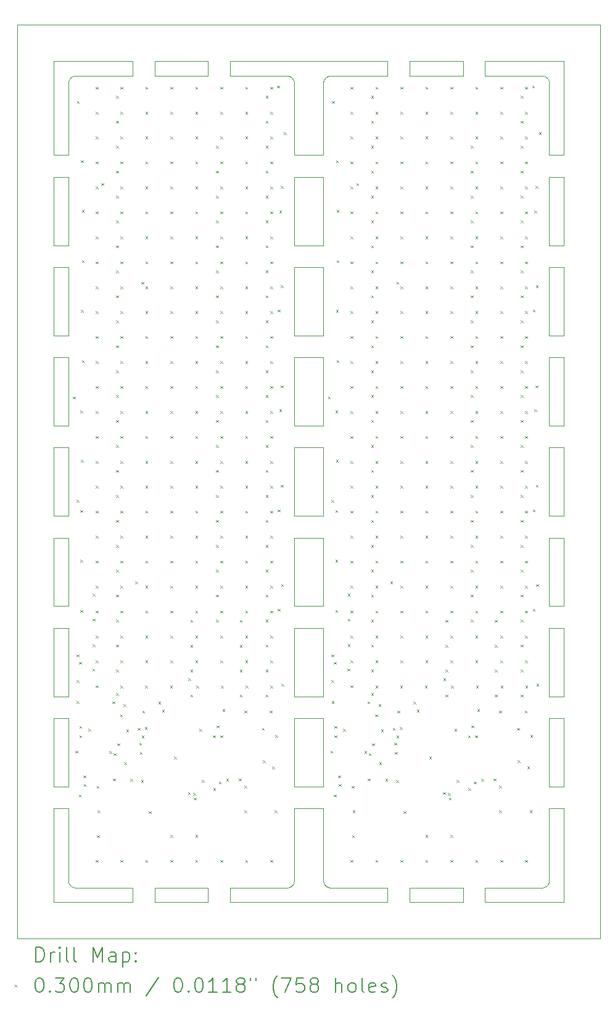
<source format=gbr>
%TF.GenerationSoftware,KiCad,Pcbnew,7.0.8*%
%TF.CreationDate,2023-10-22T17:40:08-04:00*%
%TF.ProjectId,RGB-Panel,5247422d-5061-46e6-956c-2e6b69636164,V2.6*%
%TF.SameCoordinates,Original*%
%TF.FileFunction,Drillmap*%
%TF.FilePolarity,Positive*%
%FSLAX45Y45*%
G04 Gerber Fmt 4.5, Leading zero omitted, Abs format (unit mm)*
G04 Created by KiCad (PCBNEW 7.0.8) date 2023-10-22 17:40:08*
%MOMM*%
%LPD*%
G01*
G04 APERTURE LIST*
%ADD10C,0.100000*%
%ADD11C,0.200000*%
%ADD12C,0.030000*%
G04 APERTURE END LIST*
D10*
X10280902Y-13798778D02*
X10283867Y-13794463D01*
X10700000Y-11214444D02*
X10500000Y-11214444D01*
X6500000Y-14539999D02*
X6500000Y-14539999D01*
X10293358Y-13775836D02*
X10295106Y-13770901D01*
X7289884Y-13839486D02*
X7294936Y-13839871D01*
X10225882Y-13836592D02*
X10230902Y-13835105D01*
X7270064Y-2704586D02*
X7265270Y-2706225D01*
X10500000Y-9038889D02*
X10700000Y-9038889D01*
X10245399Y-13829100D02*
X10250000Y-13826602D01*
X10789884Y-2700513D02*
X10784858Y-2701153D01*
X10738790Y-13819077D02*
X10742873Y-13822076D01*
X10240674Y-13831354D02*
X10245399Y-13829100D01*
X7220923Y-2738789D02*
X7217924Y-2742873D01*
X7200000Y-13740000D02*
X7200128Y-13745064D01*
X10784858Y-13838846D02*
X10789884Y-13839486D01*
X13700001Y-2700000D02*
X12916667Y-2700000D01*
X7234863Y-13815876D02*
X7238789Y-13819077D01*
X12916667Y-2500000D02*
X14000000Y-2500000D01*
X10742873Y-13822076D02*
X10747104Y-13824864D01*
X14000000Y-12752222D02*
X14000000Y-14039999D01*
X10205234Y-13839862D02*
X10210453Y-13839452D01*
X13789780Y-2755961D02*
X13787434Y-2751470D01*
X13730902Y-13835105D02*
X13735837Y-13833357D01*
X12916667Y-2700000D02*
X12916667Y-2500000D01*
X13770711Y-13810710D02*
X13774315Y-13806912D01*
X7200000Y-11514444D02*
X7200000Y-12452222D01*
X10299999Y-2800000D02*
X10299871Y-2794935D01*
X10731104Y-2727520D02*
X10727521Y-2731103D01*
X7000000Y-2500000D02*
X8083333Y-2500000D01*
X9416667Y-14039999D02*
X9416667Y-13839999D01*
X7000000Y-7801111D02*
X7000000Y-7801111D01*
X7000000Y-14039999D02*
X7000000Y-12752222D01*
X7300000Y-2700000D02*
X7294936Y-2700128D01*
X10794936Y-2700128D02*
X10789884Y-2700513D01*
X11583333Y-2500000D02*
X11583333Y-2500000D01*
X13772479Y-2731104D02*
X13768896Y-2727521D01*
X7000000Y-7801111D02*
X7200000Y-7801111D01*
X10299486Y-2789883D02*
X10298846Y-2784857D01*
X7251470Y-2712565D02*
X7247104Y-2715135D01*
X10747104Y-13824864D02*
X10751470Y-13827434D01*
X14000000Y-2500000D02*
X14000000Y-2500000D01*
X14000000Y-6263333D02*
X14000000Y-6263333D01*
X9416667Y-14039999D02*
X9416667Y-14039999D01*
X13799999Y-7801111D02*
X14000000Y-7801111D01*
X14000000Y-7501111D02*
X13799999Y-7501111D01*
X14000000Y-11514444D02*
X14000000Y-12452222D01*
X10299999Y-6563333D02*
X10500000Y-6563333D01*
X8383333Y-14039999D02*
X8383333Y-14039999D01*
X13798769Y-13755643D02*
X13799452Y-13750453D01*
X7000000Y-9038889D02*
X7200000Y-9038889D01*
X13799999Y-6563333D02*
X14000000Y-6563333D01*
X11883333Y-13839999D02*
X12616667Y-13839999D01*
X10287434Y-2751470D02*
X10284864Y-2747104D01*
X10265137Y-2724125D02*
X10261211Y-2720923D01*
X13799999Y-5325555D02*
X14000000Y-5325555D01*
X14000000Y-12452222D02*
X13800000Y-12452222D01*
X14000000Y-2500000D02*
X14000000Y-3787778D01*
X7242874Y-2717923D02*
X7238790Y-2720922D01*
X13786603Y-13790000D02*
X13789101Y-13785399D01*
X7200000Y-9038889D02*
X7200000Y-9976666D01*
X10300000Y-8738889D02*
X10300000Y-7801111D01*
X13800000Y-12452222D02*
X13800000Y-11514444D01*
X10299863Y-13745233D02*
X10300000Y-13740000D01*
X13787434Y-2751470D02*
X13784864Y-2747104D01*
X10779871Y-2702047D02*
X10774935Y-2703192D01*
X14000000Y-3787778D02*
X13799999Y-3787778D01*
X7220922Y-13801210D02*
X7224124Y-13805137D01*
X10500000Y-11514444D02*
X10700000Y-11514444D01*
X11583333Y-2700000D02*
X10800001Y-2700000D01*
X13735837Y-13833357D02*
X13740674Y-13831354D01*
X7200129Y-2794935D02*
X7200001Y-2800000D01*
X10774935Y-13836807D02*
X10779871Y-13837953D01*
X10220791Y-13837814D02*
X10225882Y-13836592D01*
X10770064Y-2704586D02*
X10765270Y-2706225D01*
X7300001Y-13839999D02*
X8083333Y-13839999D01*
X14000000Y-14039999D02*
X14000000Y-14039999D01*
X10700000Y-13740000D02*
X10700128Y-13745064D01*
X7000000Y-9976666D02*
X7000000Y-9038889D01*
X10700000Y-12752222D02*
X10700000Y-13740000D01*
X7200000Y-11214444D02*
X7000000Y-11214444D01*
X10765270Y-13833775D02*
X10770064Y-13835414D01*
X13779077Y-2738790D02*
X13775875Y-2734863D01*
X11883333Y-14039999D02*
X11883333Y-13839999D01*
X13800000Y-10276666D02*
X14000000Y-10276666D01*
X10747104Y-2715135D02*
X10742874Y-2717923D01*
X13799863Y-13745233D02*
X13800000Y-13740000D01*
X14000000Y-5025555D02*
X14000000Y-5025555D01*
X7000000Y-4087778D02*
X7200000Y-4087778D01*
X7206225Y-2765269D02*
X7204586Y-2770063D01*
X7279871Y-13837953D02*
X7284858Y-13838846D01*
X12616667Y-2700000D02*
X11883333Y-2700000D01*
X7200000Y-12452222D02*
X7000000Y-12452222D01*
X12916667Y-14039999D02*
X12916667Y-13839999D01*
X13800000Y-11514444D02*
X14000000Y-11514444D01*
X10230902Y-13835105D02*
X10235837Y-13833357D01*
X14000000Y-6263333D02*
X13799999Y-6263333D01*
X10250000Y-13826602D02*
X10254464Y-13823866D01*
X10700000Y-11514444D02*
X10700000Y-12452222D01*
X7247104Y-2715135D02*
X7242874Y-2717923D01*
X10293775Y-2765270D02*
X10291895Y-2760565D01*
X7202047Y-2779870D02*
X7201154Y-2784857D01*
X11883333Y-2700000D02*
X11883333Y-2500000D01*
X10727521Y-13808896D02*
X10731103Y-13812479D01*
X10500000Y-6563333D02*
X10700000Y-6563333D01*
X10706225Y-13774730D02*
X10708104Y-13779435D01*
X13793774Y-2765270D02*
X13791895Y-2760565D01*
X10272479Y-2731104D02*
X10268897Y-2727521D01*
X7270064Y-13835414D02*
X7274935Y-13836807D01*
X10751470Y-2712565D02*
X10747104Y-2715135D01*
X14500000Y-2000000D02*
X6500000Y-2000000D01*
X14000000Y-14039999D02*
X12916667Y-14039999D01*
X13791355Y-13780673D02*
X13793358Y-13775836D01*
X10720923Y-2738789D02*
X10717924Y-2742873D01*
X13748530Y-2712566D02*
X13744039Y-2710220D01*
X14000000Y-7501111D02*
X14000000Y-7501111D01*
X10731103Y-13812479D02*
X10734863Y-13815876D01*
X7212565Y-13788530D02*
X7215135Y-13792896D01*
X13799486Y-2789883D02*
X13798846Y-2784857D01*
X10210453Y-13839452D02*
X10215644Y-13838768D01*
X7231103Y-13812479D02*
X7234863Y-13815876D01*
X10300000Y-7501111D02*
X10299999Y-6563333D01*
X7000000Y-10276666D02*
X7200000Y-10276666D01*
X10710220Y-2755960D02*
X10708105Y-2760564D01*
X7200000Y-6563333D02*
X7200000Y-7501111D01*
X10296807Y-2774935D02*
X10295413Y-2770064D01*
X10262932Y-13817714D02*
X10266913Y-13814314D01*
X13799999Y-7501111D02*
X13799999Y-6563333D01*
X10500000Y-6263333D02*
X10299999Y-6263333D01*
X7000000Y-12452222D02*
X7000000Y-11514444D01*
X8383333Y-14039999D02*
X8383333Y-13839999D01*
X13715644Y-13838768D02*
X13720791Y-13837814D01*
X10742874Y-2717923D02*
X10738790Y-2720922D01*
X10300000Y-12752222D02*
X10500000Y-12752222D01*
X7255961Y-13829780D02*
X7260565Y-13831895D01*
X13800000Y-8738889D02*
X13799999Y-7801111D01*
X10789884Y-13839486D02*
X10794936Y-13839871D01*
X7000000Y-7501111D02*
X7000000Y-6563333D01*
X7000000Y-12752222D02*
X7200000Y-12752222D01*
X14000000Y-10276666D02*
X14000000Y-11214444D01*
X10210117Y-2700513D02*
X10205065Y-2700128D01*
X10700000Y-7801111D02*
X10700000Y-8738889D01*
X9116667Y-2500000D02*
X9116667Y-2500000D01*
X10220130Y-2702047D02*
X10215143Y-2701153D01*
X13757127Y-2717924D02*
X13752896Y-2715136D01*
X10700000Y-6263333D02*
X10500000Y-6263333D01*
X13715143Y-2701153D02*
X13710117Y-2700513D01*
X10300000Y-9038889D02*
X10500000Y-9038889D01*
X10299999Y-3787778D02*
X10299999Y-2800000D01*
X13761210Y-2720923D02*
X13757127Y-2717924D01*
X13795413Y-2770064D02*
X13793774Y-2765270D01*
X13797952Y-2779870D02*
X13796807Y-2774935D01*
X13750000Y-13826602D02*
X13754464Y-13823866D01*
X10702048Y-2779870D02*
X10701154Y-2784857D01*
X13775875Y-2734863D02*
X13772479Y-2731104D01*
X10702047Y-13760129D02*
X10703192Y-13765065D01*
X10229937Y-2704586D02*
X10225066Y-2703193D01*
X13774315Y-13806912D02*
X13777715Y-13802931D01*
X10755961Y-13829780D02*
X10760565Y-13831895D01*
X10244040Y-2710220D02*
X10239436Y-2708105D01*
X10291355Y-13780673D02*
X10293358Y-13775836D01*
X13758779Y-13820901D02*
X13762932Y-13817714D01*
X14000000Y-5025555D02*
X13799999Y-5025555D01*
X11583333Y-13839999D02*
X11583333Y-14039999D01*
X10500000Y-11514444D02*
X10500000Y-11514444D01*
X10299999Y-5025555D02*
X10299999Y-5025555D01*
X7224124Y-13805137D02*
X7227521Y-13808896D01*
X13765137Y-2724125D02*
X13761210Y-2720923D01*
X7247104Y-13824864D02*
X7251470Y-13827434D01*
X10248530Y-2712566D02*
X10244040Y-2710220D01*
X13800000Y-13740000D02*
X13800000Y-12752222D01*
X7274935Y-13836807D02*
X7279871Y-13837953D01*
X11883333Y-14039999D02*
X11883333Y-14039999D01*
X10703192Y-13765065D02*
X10704586Y-13769936D01*
X7210219Y-13784039D02*
X7212565Y-13788530D01*
X10225066Y-2703193D02*
X10220130Y-2702047D01*
X7238789Y-13819077D02*
X7242873Y-13822076D01*
X10300000Y-7801111D02*
X10300000Y-7801111D01*
X13720130Y-2702047D02*
X13715143Y-2701153D01*
X7227521Y-2731103D02*
X7224125Y-2734862D01*
X7265270Y-2706225D02*
X7260565Y-2708104D01*
X10299999Y-5025555D02*
X10299999Y-4087778D01*
X7000000Y-11214444D02*
X7000000Y-10276666D01*
X10500000Y-9038889D02*
X10500000Y-9038889D01*
X13793358Y-13775836D02*
X13795106Y-13770901D01*
X10298846Y-2784857D02*
X10297952Y-2779870D01*
X10704586Y-13769936D02*
X10706225Y-13774730D01*
X11883333Y-2500000D02*
X12616667Y-2500000D01*
X10274315Y-13806912D02*
X10277715Y-13802931D01*
X10257127Y-2717924D02*
X10252896Y-2715136D01*
X10252896Y-2715136D02*
X10248530Y-2712566D01*
X13784864Y-2747104D02*
X13782076Y-2742874D01*
X7201153Y-13755142D02*
X7202047Y-13760129D01*
X13799452Y-13750453D02*
X13799863Y-13745233D01*
X13783867Y-13794463D02*
X13786603Y-13790000D01*
X7200000Y-5325555D02*
X7200000Y-6263333D01*
X10701154Y-2784857D02*
X10700514Y-2789883D01*
X10289780Y-2755961D02*
X10287434Y-2751470D01*
X7284858Y-2701153D02*
X7279871Y-2702047D01*
X12916667Y-13839999D02*
X13700000Y-13839999D01*
X7208105Y-2760564D02*
X7206225Y-2765269D01*
X7202047Y-13760129D02*
X7203192Y-13765065D01*
X10266913Y-13814314D02*
X10270711Y-13810710D01*
X7294936Y-2700128D02*
X7289884Y-2700513D01*
X14000000Y-9976666D02*
X14000000Y-9976666D01*
X12616667Y-14039999D02*
X11883333Y-14039999D01*
X14000000Y-8738889D02*
X13800000Y-8738889D01*
X10794936Y-13839871D02*
X10800001Y-13839999D01*
X7200000Y-3787778D02*
X7000000Y-3787778D01*
X7200000Y-4087778D02*
X7200000Y-5025555D01*
X13725882Y-13836592D02*
X13730902Y-13835105D01*
X13799871Y-2794935D02*
X13799486Y-2789883D01*
X10779871Y-13837953D02*
X10784858Y-13838846D01*
X10717924Y-2742873D02*
X10715136Y-2747103D01*
X13780902Y-13798778D02*
X13783867Y-13794463D01*
X13752896Y-2715136D02*
X13748530Y-2712566D01*
X10299999Y-6263333D02*
X10299999Y-5325555D01*
X10710219Y-13784039D02*
X10712565Y-13788530D01*
X10300000Y-12452222D02*
X10300000Y-11514444D01*
X13754464Y-13823866D02*
X13758779Y-13820901D01*
X10700000Y-5325555D02*
X10700000Y-6263333D01*
X8083333Y-13839999D02*
X8083333Y-14039999D01*
X10724125Y-2734862D02*
X10720923Y-2738789D01*
X10717924Y-13797127D02*
X10720922Y-13801210D01*
X10770064Y-13835414D02*
X10774935Y-13836807D01*
X10760565Y-13831895D02*
X10765270Y-13833775D01*
X14000000Y-8738889D02*
X14000000Y-8738889D01*
X13791895Y-2760565D02*
X13789780Y-2755961D01*
X13800000Y-11214444D02*
X13800000Y-10276666D01*
X13768896Y-2727521D02*
X13765137Y-2724125D01*
X10300000Y-13740000D02*
X10300000Y-12752222D01*
X10712565Y-13788530D02*
X10715135Y-13792896D01*
X7289884Y-2700513D02*
X7284858Y-2701153D01*
X10700000Y-4087778D02*
X10700000Y-5025555D01*
X14500000Y-14539999D02*
X14500000Y-2000000D01*
X10708105Y-2760564D02*
X10706225Y-2765269D01*
X10727521Y-2731103D02*
X10724125Y-2734862D01*
X13705234Y-13839862D02*
X13710453Y-13839452D01*
X7000000Y-6563333D02*
X7000000Y-6563333D01*
X8383333Y-2500000D02*
X9116667Y-2500000D01*
X14000000Y-7801111D02*
X14000000Y-8738889D01*
X8083333Y-2500000D02*
X8083333Y-2700000D01*
X10299871Y-2794935D02*
X10299486Y-2789883D01*
X14000000Y-9976666D02*
X13800000Y-9976666D01*
X10500000Y-12752222D02*
X10700000Y-12752222D01*
X10724124Y-13805137D02*
X10727521Y-13808896D01*
X13799999Y-3787778D02*
X13799999Y-2800000D01*
X10751470Y-13827434D02*
X10755961Y-13829780D01*
X14000000Y-11214444D02*
X13800000Y-11214444D01*
X10299999Y-4087778D02*
X10500000Y-4087778D01*
X10277715Y-13802931D02*
X10280902Y-13798778D01*
X10297952Y-2779870D02*
X10296807Y-2774935D01*
X8383333Y-2700000D02*
X8383333Y-2500000D01*
X10284864Y-2747104D02*
X10282076Y-2742874D01*
X8083333Y-2700000D02*
X7300000Y-2700000D01*
X9416667Y-13839999D02*
X10200000Y-13839999D01*
X7200000Y-10276666D02*
X7200000Y-11214444D01*
X10701153Y-13755142D02*
X10702047Y-13760129D01*
X10765270Y-2706225D02*
X10760565Y-2708104D01*
X10715135Y-13792896D02*
X10717924Y-13797127D01*
X7203193Y-2774935D02*
X7202047Y-2779870D01*
X10700000Y-9038889D02*
X10700000Y-9976666D01*
X10275876Y-2734863D02*
X10272479Y-2731104D01*
X10270711Y-13810710D02*
X10274315Y-13806912D01*
X7234863Y-2724124D02*
X7231104Y-2727520D01*
X10215143Y-2701153D02*
X10210117Y-2700513D01*
X10800001Y-2700000D02*
X10794936Y-2700128D01*
X10300000Y-7801111D02*
X10500000Y-7801111D01*
X12616667Y-13839999D02*
X12616667Y-14039999D01*
X10500000Y-5325555D02*
X10700000Y-5325555D01*
X13799999Y-5025555D02*
X13799999Y-4087778D01*
X10708104Y-13779435D02*
X10710219Y-13784039D01*
X13796807Y-2774935D02*
X13795413Y-2770064D01*
X10500000Y-10276666D02*
X10700000Y-10276666D01*
X6500000Y-14539999D02*
X14500000Y-14539999D01*
X9116667Y-14039999D02*
X8383333Y-14039999D01*
X10500000Y-7801111D02*
X10700000Y-7801111D01*
X11583333Y-14039999D02*
X9416667Y-14039999D01*
X7208104Y-13779435D02*
X7210219Y-13784039D01*
X10700001Y-3787778D02*
X10500000Y-3787778D01*
X10200000Y-13839999D02*
X10205234Y-13839862D01*
X7200000Y-12752222D02*
X7200000Y-13740000D01*
X9416667Y-2700000D02*
X9416667Y-2500000D01*
X10239436Y-2708105D02*
X10234731Y-2706225D01*
X13740674Y-13831354D02*
X13745399Y-13829100D01*
X10283867Y-13794463D02*
X10286603Y-13790000D01*
X13800000Y-9976666D02*
X13800000Y-9038889D01*
X7217924Y-2742873D02*
X7215136Y-2747103D01*
X9116667Y-13839999D02*
X9116667Y-14039999D01*
X11583333Y-2500000D02*
X11583333Y-2700000D01*
X10205065Y-2700128D02*
X10200001Y-2700000D01*
X10215644Y-13838768D02*
X10220791Y-13837814D01*
X14000000Y-4087778D02*
X14000000Y-5025555D01*
X10700513Y-13750116D02*
X10701153Y-13755142D01*
X10734863Y-13815876D02*
X10738790Y-13819077D01*
X13734731Y-2706225D02*
X13729937Y-2704586D01*
X7200001Y-2800000D02*
X7200000Y-3787778D01*
X10760565Y-2708104D02*
X10755961Y-2710219D01*
X10258779Y-13820901D02*
X10262932Y-13817714D01*
X10704587Y-2770063D02*
X10703193Y-2774935D01*
X10700000Y-7501111D02*
X10500000Y-7501111D01*
X13729937Y-2704586D02*
X13725066Y-2703193D01*
X10296593Y-13765882D02*
X10297815Y-13760791D01*
X10299999Y-5325555D02*
X10500000Y-5325555D01*
X13800000Y-9038889D02*
X14000000Y-9038889D01*
X7000000Y-6263333D02*
X7000000Y-5325555D01*
X13798846Y-2784857D02*
X13797952Y-2779870D01*
X7000000Y-5325555D02*
X7200000Y-5325555D01*
X10700129Y-2794935D02*
X10700001Y-2800000D01*
X7000000Y-10276666D02*
X7000000Y-10276666D01*
X7210220Y-2755960D02*
X7208105Y-2760564D01*
X6500000Y-2000000D02*
X6500000Y-14539999D01*
X14000000Y-9038889D02*
X14000000Y-9976666D01*
X7000000Y-6563333D02*
X7200000Y-6563333D01*
X10734863Y-2724124D02*
X10731104Y-2727520D01*
X7200513Y-13750116D02*
X7201153Y-13755142D01*
X9116667Y-2500000D02*
X9116667Y-2700000D01*
X7000000Y-8738889D02*
X7000000Y-7801111D01*
X7215136Y-2747103D02*
X7212566Y-2751470D01*
X13789101Y-13785399D02*
X13791355Y-13780673D01*
X13710117Y-2700513D02*
X13705065Y-2700128D01*
X10500000Y-5025555D02*
X10299999Y-5025555D01*
X10703193Y-2774935D02*
X10702048Y-2779870D01*
X13797815Y-13760791D02*
X13798769Y-13755643D01*
X7212566Y-2751470D02*
X7210220Y-2755960D01*
X10706225Y-2765269D02*
X10704587Y-2770063D01*
X7200514Y-2789883D02*
X7200129Y-2794935D01*
X10295413Y-2770064D02*
X10293775Y-2765270D01*
X10234731Y-2706225D02*
X10229937Y-2704586D01*
X7215135Y-13792896D02*
X7217924Y-13797127D01*
X8383333Y-13839999D02*
X9116667Y-13839999D01*
X10261211Y-2720923D02*
X10257127Y-2717924D01*
X10715136Y-2747103D02*
X10712566Y-2751470D01*
X7204586Y-2770063D02*
X7203193Y-2774935D01*
X7000000Y-11514444D02*
X7000000Y-11514444D01*
X10700000Y-12452222D02*
X10500000Y-12452222D01*
X10254464Y-13823866D02*
X10258779Y-13820901D01*
X12616667Y-2500000D02*
X12616667Y-2700000D01*
X10784858Y-2701153D02*
X10779871Y-2702047D01*
X10268897Y-2727521D02*
X10265137Y-2724125D01*
X13782076Y-2742874D02*
X13779077Y-2738790D01*
X13799999Y-2800000D02*
X13799871Y-2794935D01*
X10700001Y-2800000D02*
X10700001Y-3787778D01*
X10235837Y-13833357D02*
X10240674Y-13831354D01*
X10299452Y-13750453D02*
X10299863Y-13745233D01*
X10282076Y-2742874D02*
X10279077Y-2738790D01*
X13745399Y-13829100D02*
X13750000Y-13826602D01*
X13799999Y-6263333D02*
X13799999Y-5325555D01*
X13766913Y-13814314D02*
X13770711Y-13810710D01*
X7000000Y-5325555D02*
X7000000Y-5325555D01*
X10298769Y-13755643D02*
X10299452Y-13750453D01*
X7204586Y-13769936D02*
X7206224Y-13774730D01*
X7279871Y-2702047D02*
X7274935Y-2703192D01*
X7200000Y-7501111D02*
X7000000Y-7501111D01*
X13720791Y-13837814D02*
X13725882Y-13836592D01*
X10300000Y-7501111D02*
X10300000Y-7501111D01*
X13739436Y-2708105D02*
X13734731Y-2706225D01*
X7224125Y-2734862D02*
X7220923Y-2738789D01*
X7217924Y-13797127D02*
X7220922Y-13801210D01*
X14000000Y-11214444D02*
X14000000Y-11214444D01*
X7242873Y-13822076D02*
X7247104Y-13824864D01*
X10500000Y-10276666D02*
X10500000Y-10276666D01*
X7238790Y-2720922D02*
X7234863Y-2724124D01*
X10800001Y-13839999D02*
X11583333Y-13839999D01*
X13744039Y-2710220D02*
X13739436Y-2708105D01*
X10500000Y-7501111D02*
X10300000Y-7501111D01*
X7000000Y-11514444D02*
X7200000Y-11514444D01*
X7200000Y-8738889D02*
X7000000Y-8738889D01*
X10300000Y-10276666D02*
X10500000Y-10276666D01*
X14000000Y-5325555D02*
X14000000Y-6263333D01*
X10500000Y-3787778D02*
X10299999Y-3787778D01*
X10700000Y-8738889D02*
X10500000Y-8738889D01*
X10299999Y-6263333D02*
X10299999Y-6263333D01*
X7200000Y-5025555D02*
X7000000Y-5025555D01*
X7274935Y-2703192D02*
X7270064Y-2704586D01*
X10712566Y-2751470D02*
X10710220Y-2755960D01*
X10291895Y-2760565D02*
X10289780Y-2755961D01*
X7294936Y-13839871D02*
X7300001Y-13839999D01*
X7231104Y-2727520D02*
X7227521Y-2731103D01*
X13705065Y-2700128D02*
X13700001Y-2700000D01*
X10500000Y-4087778D02*
X10700000Y-4087778D01*
X10774935Y-2703192D02*
X10770064Y-2704586D01*
X14000000Y-6563333D02*
X14000000Y-7501111D01*
X13800000Y-12752222D02*
X14000000Y-12752222D01*
X7284858Y-13838846D02*
X7289884Y-13839486D01*
X7260565Y-13831895D02*
X7265270Y-13833775D01*
X13796593Y-13765882D02*
X13797815Y-13760791D01*
X9116667Y-2700000D02*
X8383333Y-2700000D01*
X12616667Y-2500000D02*
X12616667Y-2500000D01*
X10700514Y-2789883D02*
X10700129Y-2794935D01*
X7206224Y-13774730D02*
X7208104Y-13779435D01*
X7200128Y-13745064D02*
X7200513Y-13750116D01*
X10700000Y-9976666D02*
X10500000Y-9976666D01*
X10300000Y-11214444D02*
X10300000Y-10276666D01*
X13762932Y-13817714D02*
X13766913Y-13814314D01*
X10500000Y-8738889D02*
X10300000Y-8738889D01*
X10286603Y-13790000D02*
X10289101Y-13785399D01*
X7200000Y-9976666D02*
X7000000Y-9976666D01*
X10700000Y-10276666D02*
X10700000Y-11214444D01*
X7000000Y-9038889D02*
X7000000Y-9038889D01*
X13725066Y-2703193D02*
X13720130Y-2702047D01*
X10700128Y-13745064D02*
X10700513Y-13750116D01*
X7000000Y-3787778D02*
X7000000Y-2500000D01*
X13799999Y-4087778D02*
X14000000Y-4087778D01*
X13777715Y-13802931D02*
X13780902Y-13798778D01*
X7251470Y-13827434D02*
X7255961Y-13829780D01*
X10297815Y-13760791D02*
X10298769Y-13755643D01*
X10500000Y-9976666D02*
X10300000Y-9976666D01*
X10500000Y-11214444D02*
X10300000Y-11214444D01*
X7265270Y-13833775D02*
X7270064Y-13835414D01*
X7203192Y-13765065D02*
X7204586Y-13769936D01*
X7227521Y-13808896D02*
X7231103Y-13812479D01*
X10500000Y-12452222D02*
X10300000Y-12452222D01*
X13710453Y-13839452D02*
X13715644Y-13838768D01*
X10755961Y-2710219D02*
X10751470Y-2712565D01*
X10289101Y-13785399D02*
X10291355Y-13780673D01*
X7200000Y-7801111D02*
X7200000Y-8738889D01*
X7260565Y-2708104D02*
X7255961Y-2710219D01*
X9416667Y-2500000D02*
X11583333Y-2500000D01*
X10295106Y-13770901D02*
X10296593Y-13765882D01*
X10720922Y-13801210D02*
X10724124Y-13805137D01*
X8083333Y-2500000D02*
X8083333Y-2500000D01*
X10700000Y-6563333D02*
X10700000Y-7501111D01*
X7201154Y-2784857D02*
X7200514Y-2789883D01*
X8083333Y-14039999D02*
X7000000Y-14039999D01*
X10700000Y-5025555D02*
X10500000Y-5025555D01*
X13795106Y-13770901D02*
X13796593Y-13765882D01*
X7000000Y-14039999D02*
X7000000Y-14039999D01*
X10300000Y-11514444D02*
X10500000Y-11514444D01*
X10300000Y-9976666D02*
X10300000Y-9038889D01*
X14000000Y-12452222D02*
X14000000Y-12452222D01*
X10738790Y-2720922D02*
X10734863Y-2724124D01*
X7000000Y-4087778D02*
X7000000Y-4087778D01*
X13700000Y-13839999D02*
X13705234Y-13839862D01*
X7000000Y-5025555D02*
X7000000Y-4087778D01*
X7200000Y-6263333D02*
X7000000Y-6263333D01*
X10200001Y-2700000D02*
X9416667Y-2700000D01*
X7255961Y-2710219D02*
X7251470Y-2712565D01*
X10279077Y-2738790D02*
X10275876Y-2734863D01*
D11*
D12*
X7265001Y-7099300D02*
X7295001Y-7129300D01*
X7295001Y-7099300D02*
X7265001Y-7129300D01*
X7299450Y-11959290D02*
X7329450Y-11989290D01*
X7329450Y-11959290D02*
X7299450Y-11989290D01*
X7313211Y-8519989D02*
X7343211Y-8549989D01*
X7343211Y-8519989D02*
X7313211Y-8549989D01*
X7313211Y-10641371D02*
X7343211Y-10671371D01*
X7343211Y-10641371D02*
X7313211Y-10671371D01*
X7313211Y-10989300D02*
X7343211Y-11019300D01*
X7343211Y-10989300D02*
X7313211Y-11019300D01*
X7315290Y-11276989D02*
X7345290Y-11306989D01*
X7345290Y-11276989D02*
X7315290Y-11306989D01*
X7319392Y-3044887D02*
X7349392Y-3074887D01*
X7349392Y-3044887D02*
X7319392Y-3074887D01*
X7345611Y-12562179D02*
X7375611Y-12592179D01*
X7375611Y-12562179D02*
X7345611Y-12592179D01*
X7347019Y-10741652D02*
X7377019Y-10771652D01*
X7377019Y-10741652D02*
X7347019Y-10771652D01*
X7350984Y-11622300D02*
X7380984Y-11652300D01*
X7380984Y-11622300D02*
X7350984Y-11652300D01*
X7351281Y-11749250D02*
X7381281Y-11779250D01*
X7381281Y-11749250D02*
X7351281Y-11779250D01*
X7364290Y-7289989D02*
X7394290Y-7319989D01*
X7394290Y-7289989D02*
X7364290Y-7319989D01*
X7364290Y-8659989D02*
X7394290Y-8689989D01*
X7394290Y-8659989D02*
X7364290Y-8689989D01*
X7364290Y-9339989D02*
X7394290Y-9369989D01*
X7394290Y-9339989D02*
X7364290Y-9369989D01*
X7364290Y-10029989D02*
X7394290Y-10059989D01*
X7394290Y-10029989D02*
X7364290Y-10059989D01*
X7374290Y-3859989D02*
X7404290Y-3889989D01*
X7404290Y-3859989D02*
X7374290Y-3889989D01*
X7374290Y-5909989D02*
X7404290Y-5939989D01*
X7404290Y-5909989D02*
X7374290Y-5939989D01*
X7374290Y-7969989D02*
X7404290Y-7999989D01*
X7404290Y-7969989D02*
X7374290Y-7999989D01*
X7384290Y-4539989D02*
X7414290Y-4569989D01*
X7414290Y-4539989D02*
X7384290Y-4569989D01*
X7384290Y-5229989D02*
X7414290Y-5259989D01*
X7414290Y-5229989D02*
X7384290Y-5259989D01*
X7384290Y-6599989D02*
X7414290Y-6629989D01*
X7414290Y-6599989D02*
X7384290Y-6629989D01*
X7406001Y-12301000D02*
X7436001Y-12331000D01*
X7436001Y-12301000D02*
X7406001Y-12331000D01*
X7410290Y-12419500D02*
X7440290Y-12449500D01*
X7440290Y-12419500D02*
X7410290Y-12449500D01*
X7473851Y-11659989D02*
X7503851Y-11689989D01*
X7503851Y-11659989D02*
X7473851Y-11689989D01*
X7529290Y-10834989D02*
X7559290Y-10864989D01*
X7559290Y-10834989D02*
X7529290Y-10864989D01*
X7534290Y-9804989D02*
X7564290Y-9834989D01*
X7564290Y-9804989D02*
X7534290Y-9834989D01*
X7534290Y-10149989D02*
X7564290Y-10179989D01*
X7564290Y-10149989D02*
X7534290Y-10179989D01*
X7534290Y-10499989D02*
X7564290Y-10529989D01*
X7564290Y-10499989D02*
X7534290Y-10529989D01*
X7575001Y-2849300D02*
X7605001Y-2879300D01*
X7605001Y-2849300D02*
X7575001Y-2879300D01*
X7575001Y-3191600D02*
X7605001Y-3221600D01*
X7605001Y-3191600D02*
X7575001Y-3221600D01*
X7575001Y-3533900D02*
X7605001Y-3563900D01*
X7605001Y-3533900D02*
X7575001Y-3563900D01*
X7575001Y-3876200D02*
X7605001Y-3906200D01*
X7605001Y-3876200D02*
X7575001Y-3906200D01*
X7575001Y-4218500D02*
X7605001Y-4248500D01*
X7605001Y-4218500D02*
X7575001Y-4248500D01*
X7575001Y-4560800D02*
X7605001Y-4590800D01*
X7605001Y-4560800D02*
X7575001Y-4590800D01*
X7575001Y-4903100D02*
X7605001Y-4933100D01*
X7605001Y-4903100D02*
X7575001Y-4933100D01*
X7575001Y-5245400D02*
X7605001Y-5275400D01*
X7605001Y-5245400D02*
X7575001Y-5275400D01*
X7575001Y-5587700D02*
X7605001Y-5617700D01*
X7605001Y-5587700D02*
X7575001Y-5617700D01*
X7575001Y-5930000D02*
X7605001Y-5960000D01*
X7605001Y-5930000D02*
X7575001Y-5960000D01*
X7575001Y-6272300D02*
X7605001Y-6302300D01*
X7605001Y-6272300D02*
X7575001Y-6302300D01*
X7575001Y-6614600D02*
X7605001Y-6644600D01*
X7605001Y-6614600D02*
X7575001Y-6644600D01*
X7575001Y-6956900D02*
X7605001Y-6986900D01*
X7605001Y-6956900D02*
X7575001Y-6986900D01*
X7575001Y-7299200D02*
X7605001Y-7329200D01*
X7605001Y-7299200D02*
X7575001Y-7329200D01*
X7575001Y-7641500D02*
X7605001Y-7671500D01*
X7605001Y-7641500D02*
X7575001Y-7671500D01*
X7575001Y-7983800D02*
X7605001Y-8013800D01*
X7605001Y-7983800D02*
X7575001Y-8013800D01*
X7575001Y-8326100D02*
X7605001Y-8356100D01*
X7605001Y-8326100D02*
X7575001Y-8356100D01*
X7575001Y-8668400D02*
X7605001Y-8698400D01*
X7605001Y-8668400D02*
X7575001Y-8698400D01*
X7575001Y-9010700D02*
X7605001Y-9040700D01*
X7605001Y-9010700D02*
X7575001Y-9040700D01*
X7575001Y-9353000D02*
X7605001Y-9383000D01*
X7605001Y-9353000D02*
X7575001Y-9383000D01*
X7575001Y-9695300D02*
X7605001Y-9725300D01*
X7605001Y-9695300D02*
X7575001Y-9725300D01*
X7575001Y-10037600D02*
X7605001Y-10067600D01*
X7605001Y-10037600D02*
X7575001Y-10067600D01*
X7575001Y-10379900D02*
X7605001Y-10409900D01*
X7605001Y-10379900D02*
X7575001Y-10409900D01*
X7575001Y-10722200D02*
X7605001Y-10752200D01*
X7605001Y-10722200D02*
X7575001Y-10752200D01*
X7575001Y-11064500D02*
X7605001Y-11094500D01*
X7605001Y-11064500D02*
X7575001Y-11094500D01*
X7575001Y-13460600D02*
X7605001Y-13490600D01*
X7605001Y-13460600D02*
X7575001Y-13490600D01*
X7589314Y-12443298D02*
X7619314Y-12473298D01*
X7619314Y-12443298D02*
X7589314Y-12473298D01*
X7594290Y-13119989D02*
X7624290Y-13149989D01*
X7624290Y-13119989D02*
X7594290Y-13149989D01*
X7604290Y-12779989D02*
X7634290Y-12809989D01*
X7634290Y-12779989D02*
X7604290Y-12809989D01*
X7655001Y-4170240D02*
X7685001Y-4200240D01*
X7685001Y-4170240D02*
X7655001Y-4200240D01*
X7763207Y-11965488D02*
X7793207Y-11995488D01*
X7793207Y-11965488D02*
X7763207Y-11995488D01*
X7806290Y-11281989D02*
X7836290Y-11311989D01*
X7836290Y-11281989D02*
X7806290Y-11311989D01*
X7812290Y-12343090D02*
X7842290Y-12373090D01*
X7842290Y-12343090D02*
X7812290Y-12373090D01*
X7822290Y-11994550D02*
X7852290Y-12024550D01*
X7852290Y-11994550D02*
X7822290Y-12024550D01*
X7856201Y-2974300D02*
X7886201Y-3004300D01*
X7886201Y-2974300D02*
X7856201Y-3004300D01*
X7856201Y-3316600D02*
X7886201Y-3346600D01*
X7886201Y-3316600D02*
X7856201Y-3346600D01*
X7856201Y-3658900D02*
X7886201Y-3688900D01*
X7886201Y-3658900D02*
X7856201Y-3688900D01*
X7856201Y-4001200D02*
X7886201Y-4031200D01*
X7886201Y-4001200D02*
X7856201Y-4031200D01*
X7856201Y-4343500D02*
X7886201Y-4373500D01*
X7886201Y-4343500D02*
X7856201Y-4373500D01*
X7856201Y-4685800D02*
X7886201Y-4715800D01*
X7886201Y-4685800D02*
X7856201Y-4715800D01*
X7856201Y-5028100D02*
X7886201Y-5058100D01*
X7886201Y-5028100D02*
X7856201Y-5058100D01*
X7856201Y-5370400D02*
X7886201Y-5400400D01*
X7886201Y-5370400D02*
X7856201Y-5400400D01*
X7856201Y-5712700D02*
X7886201Y-5742700D01*
X7886201Y-5712700D02*
X7856201Y-5742700D01*
X7856201Y-6055000D02*
X7886201Y-6085000D01*
X7886201Y-6055000D02*
X7856201Y-6085000D01*
X7856201Y-6397300D02*
X7886201Y-6427300D01*
X7886201Y-6397300D02*
X7856201Y-6427300D01*
X7856201Y-6739600D02*
X7886201Y-6769600D01*
X7886201Y-6739600D02*
X7856201Y-6769600D01*
X7856201Y-7081900D02*
X7886201Y-7111900D01*
X7886201Y-7081900D02*
X7856201Y-7111900D01*
X7856201Y-7424200D02*
X7886201Y-7454200D01*
X7886201Y-7424200D02*
X7856201Y-7454200D01*
X7856201Y-7766500D02*
X7886201Y-7796500D01*
X7886201Y-7766500D02*
X7856201Y-7796500D01*
X7856201Y-8108800D02*
X7886201Y-8138800D01*
X7886201Y-8108800D02*
X7856201Y-8138800D01*
X7856201Y-8451100D02*
X7886201Y-8481100D01*
X7886201Y-8451100D02*
X7856201Y-8481100D01*
X7856201Y-8793400D02*
X7886201Y-8823400D01*
X7886201Y-8793400D02*
X7856201Y-8823400D01*
X7856201Y-9135700D02*
X7886201Y-9165700D01*
X7886201Y-9135700D02*
X7856201Y-9165700D01*
X7856201Y-9478000D02*
X7886201Y-9508000D01*
X7886201Y-9478000D02*
X7856201Y-9508000D01*
X7856201Y-9820300D02*
X7886201Y-9850300D01*
X7886201Y-9820300D02*
X7856201Y-9850300D01*
X7856201Y-10162600D02*
X7886201Y-10192600D01*
X7886201Y-10162600D02*
X7856201Y-10192600D01*
X7856201Y-10504900D02*
X7886201Y-10534900D01*
X7886201Y-10504900D02*
X7856201Y-10534900D01*
X7856201Y-10847200D02*
X7886201Y-10877200D01*
X7886201Y-10847200D02*
X7856201Y-10877200D01*
X7856201Y-11169989D02*
X7886201Y-11199989D01*
X7886201Y-11169989D02*
X7856201Y-11199989D01*
X7871290Y-11859490D02*
X7901290Y-11889490D01*
X7901290Y-11859490D02*
X7871290Y-11889490D01*
X7912290Y-11461090D02*
X7942290Y-11491090D01*
X7942290Y-11461090D02*
X7912290Y-11491090D01*
X7915001Y-11069300D02*
X7945001Y-11099300D01*
X7945001Y-11069300D02*
X7915001Y-11099300D01*
X7917301Y-2849300D02*
X7947301Y-2879300D01*
X7947301Y-2849300D02*
X7917301Y-2879300D01*
X7917301Y-3191600D02*
X7947301Y-3221600D01*
X7947301Y-3191600D02*
X7917301Y-3221600D01*
X7917301Y-3533900D02*
X7947301Y-3563900D01*
X7947301Y-3533900D02*
X7917301Y-3563900D01*
X7917301Y-3876200D02*
X7947301Y-3906200D01*
X7947301Y-3876200D02*
X7917301Y-3906200D01*
X7917301Y-4218500D02*
X7947301Y-4248500D01*
X7947301Y-4218500D02*
X7917301Y-4248500D01*
X7917301Y-4560800D02*
X7947301Y-4590800D01*
X7947301Y-4560800D02*
X7917301Y-4590800D01*
X7917301Y-4903100D02*
X7947301Y-4933100D01*
X7947301Y-4903100D02*
X7917301Y-4933100D01*
X7917301Y-5245400D02*
X7947301Y-5275400D01*
X7947301Y-5245400D02*
X7917301Y-5275400D01*
X7917301Y-5587700D02*
X7947301Y-5617700D01*
X7947301Y-5587700D02*
X7917301Y-5617700D01*
X7917301Y-5930000D02*
X7947301Y-5960000D01*
X7947301Y-5930000D02*
X7917301Y-5960000D01*
X7917301Y-6272300D02*
X7947301Y-6302300D01*
X7947301Y-6272300D02*
X7917301Y-6302300D01*
X7917301Y-6614600D02*
X7947301Y-6644600D01*
X7947301Y-6614600D02*
X7917301Y-6644600D01*
X7917301Y-6956900D02*
X7947301Y-6986900D01*
X7947301Y-6956900D02*
X7917301Y-6986900D01*
X7917301Y-7299200D02*
X7947301Y-7329200D01*
X7947301Y-7299200D02*
X7917301Y-7329200D01*
X7917301Y-7641500D02*
X7947301Y-7671500D01*
X7947301Y-7641500D02*
X7917301Y-7671500D01*
X7917301Y-7983800D02*
X7947301Y-8013800D01*
X7947301Y-7983800D02*
X7917301Y-8013800D01*
X7917301Y-8326100D02*
X7947301Y-8356100D01*
X7947301Y-8326100D02*
X7917301Y-8356100D01*
X7917301Y-8668400D02*
X7947301Y-8698400D01*
X7947301Y-8668400D02*
X7917301Y-8698400D01*
X7917301Y-9010700D02*
X7947301Y-9040700D01*
X7947301Y-9010700D02*
X7917301Y-9040700D01*
X7917301Y-9353000D02*
X7947301Y-9383000D01*
X7947301Y-9353000D02*
X7917301Y-9383000D01*
X7917301Y-9695300D02*
X7947301Y-9725300D01*
X7947301Y-9695300D02*
X7917301Y-9725300D01*
X7917301Y-10037600D02*
X7947301Y-10067600D01*
X7947301Y-10037600D02*
X7917301Y-10067600D01*
X7917301Y-10379900D02*
X7947301Y-10409900D01*
X7947301Y-10379900D02*
X7917301Y-10409900D01*
X7917301Y-10722200D02*
X7947301Y-10752200D01*
X7947301Y-10722200D02*
X7917301Y-10752200D01*
X7917301Y-13460600D02*
X7947301Y-13490600D01*
X7947301Y-13460600D02*
X7917301Y-13490600D01*
X7959090Y-11320010D02*
X7989090Y-11350010D01*
X7989090Y-11320010D02*
X7959090Y-11350010D01*
X7966469Y-12119138D02*
X7996469Y-12149138D01*
X7996469Y-12119138D02*
X7966469Y-12149138D01*
X7994030Y-11668874D02*
X8024030Y-11698874D01*
X8024030Y-11668874D02*
X7994030Y-11698874D01*
X8050175Y-12346910D02*
X8080175Y-12376910D01*
X8080175Y-12346910D02*
X8050175Y-12376910D01*
X8118531Y-9635170D02*
X8148531Y-9665170D01*
X8148531Y-9635170D02*
X8118531Y-9665170D01*
X8151460Y-11649300D02*
X8181460Y-11679300D01*
X8181460Y-11649300D02*
X8151460Y-11679300D01*
X8172501Y-11852310D02*
X8202501Y-11882310D01*
X8202501Y-11852310D02*
X8172501Y-11882310D01*
X8182290Y-11975989D02*
X8212290Y-12005989D01*
X8212290Y-11975989D02*
X8182290Y-12005989D01*
X8198072Y-12364290D02*
X8228072Y-12394290D01*
X8228072Y-12364290D02*
X8198072Y-12394290D01*
X8205001Y-5527570D02*
X8235001Y-5557570D01*
X8235001Y-5527570D02*
X8205001Y-5557570D01*
X8206001Y-11754300D02*
X8236001Y-11784300D01*
X8236001Y-11754300D02*
X8206001Y-11784300D01*
X8215001Y-11409300D02*
X8245001Y-11439300D01*
X8245001Y-11409300D02*
X8215001Y-11439300D01*
X8250001Y-11636800D02*
X8280001Y-11666800D01*
X8280001Y-11636800D02*
X8250001Y-11666800D01*
X8255001Y-11069300D02*
X8285001Y-11099300D01*
X8285001Y-11069300D02*
X8255001Y-11099300D01*
X8259601Y-2849300D02*
X8289601Y-2879300D01*
X8289601Y-2849300D02*
X8259601Y-2879300D01*
X8259601Y-3191600D02*
X8289601Y-3221600D01*
X8289601Y-3191600D02*
X8259601Y-3221600D01*
X8259601Y-3533900D02*
X8289601Y-3563900D01*
X8289601Y-3533900D02*
X8259601Y-3563900D01*
X8259601Y-3876200D02*
X8289601Y-3906200D01*
X8289601Y-3876200D02*
X8259601Y-3906200D01*
X8259601Y-4218500D02*
X8289601Y-4248500D01*
X8289601Y-4218500D02*
X8259601Y-4248500D01*
X8259601Y-4560800D02*
X8289601Y-4590800D01*
X8289601Y-4560800D02*
X8259601Y-4590800D01*
X8259601Y-4903100D02*
X8289601Y-4933100D01*
X8289601Y-4903100D02*
X8259601Y-4933100D01*
X8259601Y-5245400D02*
X8289601Y-5275400D01*
X8289601Y-5245400D02*
X8259601Y-5275400D01*
X8259601Y-5587700D02*
X8289601Y-5617700D01*
X8289601Y-5587700D02*
X8259601Y-5617700D01*
X8259601Y-5930000D02*
X8289601Y-5960000D01*
X8289601Y-5930000D02*
X8259601Y-5960000D01*
X8259601Y-6272300D02*
X8289601Y-6302300D01*
X8289601Y-6272300D02*
X8259601Y-6302300D01*
X8259601Y-6614600D02*
X8289601Y-6644600D01*
X8289601Y-6614600D02*
X8259601Y-6644600D01*
X8259601Y-6956900D02*
X8289601Y-6986900D01*
X8289601Y-6956900D02*
X8259601Y-6986900D01*
X8259601Y-7299200D02*
X8289601Y-7329200D01*
X8289601Y-7299200D02*
X8259601Y-7329200D01*
X8259601Y-7641500D02*
X8289601Y-7671500D01*
X8289601Y-7641500D02*
X8259601Y-7671500D01*
X8259601Y-7983800D02*
X8289601Y-8013800D01*
X8289601Y-7983800D02*
X8259601Y-8013800D01*
X8259601Y-8326100D02*
X8289601Y-8356100D01*
X8289601Y-8326100D02*
X8259601Y-8356100D01*
X8259601Y-8668400D02*
X8289601Y-8698400D01*
X8289601Y-8668400D02*
X8259601Y-8698400D01*
X8259601Y-9010700D02*
X8289601Y-9040700D01*
X8289601Y-9010700D02*
X8259601Y-9040700D01*
X8259601Y-9353000D02*
X8289601Y-9383000D01*
X8289601Y-9353000D02*
X8259601Y-9383000D01*
X8259601Y-9695300D02*
X8289601Y-9725300D01*
X8289601Y-9695300D02*
X8259601Y-9725300D01*
X8259601Y-10037600D02*
X8289601Y-10067600D01*
X8289601Y-10037600D02*
X8259601Y-10067600D01*
X8259601Y-10379900D02*
X8289601Y-10409900D01*
X8289601Y-10379900D02*
X8259601Y-10409900D01*
X8259601Y-10722200D02*
X8289601Y-10752200D01*
X8289601Y-10722200D02*
X8259601Y-10752200D01*
X8259601Y-13460600D02*
X8289601Y-13490600D01*
X8289601Y-13460600D02*
X8259601Y-13490600D01*
X8303001Y-12789000D02*
X8333001Y-12819000D01*
X8333001Y-12789000D02*
X8303001Y-12819000D01*
X8435001Y-11289300D02*
X8465001Y-11319300D01*
X8465001Y-11289300D02*
X8435001Y-11319300D01*
X8485001Y-11399300D02*
X8515001Y-11429300D01*
X8515001Y-11399300D02*
X8485001Y-11429300D01*
X8595001Y-11069300D02*
X8625001Y-11099300D01*
X8625001Y-11069300D02*
X8595001Y-11099300D01*
X8601901Y-2849300D02*
X8631901Y-2879300D01*
X8631901Y-2849300D02*
X8601901Y-2879300D01*
X8601901Y-3191600D02*
X8631901Y-3221600D01*
X8631901Y-3191600D02*
X8601901Y-3221600D01*
X8601901Y-3533900D02*
X8631901Y-3563900D01*
X8631901Y-3533900D02*
X8601901Y-3563900D01*
X8601901Y-3876200D02*
X8631901Y-3906200D01*
X8631901Y-3876200D02*
X8601901Y-3906200D01*
X8601901Y-4218500D02*
X8631901Y-4248500D01*
X8631901Y-4218500D02*
X8601901Y-4248500D01*
X8601901Y-4560800D02*
X8631901Y-4590800D01*
X8631901Y-4560800D02*
X8601901Y-4590800D01*
X8601901Y-4903100D02*
X8631901Y-4933100D01*
X8631901Y-4903100D02*
X8601901Y-4933100D01*
X8601901Y-5245400D02*
X8631901Y-5275400D01*
X8631901Y-5245400D02*
X8601901Y-5275400D01*
X8601901Y-5587700D02*
X8631901Y-5617700D01*
X8631901Y-5587700D02*
X8601901Y-5617700D01*
X8601901Y-5930000D02*
X8631901Y-5960000D01*
X8631901Y-5930000D02*
X8601901Y-5960000D01*
X8601901Y-6272300D02*
X8631901Y-6302300D01*
X8631901Y-6272300D02*
X8601901Y-6302300D01*
X8601901Y-6614600D02*
X8631901Y-6644600D01*
X8631901Y-6614600D02*
X8601901Y-6644600D01*
X8601901Y-6956900D02*
X8631901Y-6986900D01*
X8631901Y-6956900D02*
X8601901Y-6986900D01*
X8601901Y-7299200D02*
X8631901Y-7329200D01*
X8631901Y-7299200D02*
X8601901Y-7329200D01*
X8601901Y-7641500D02*
X8631901Y-7671500D01*
X8631901Y-7641500D02*
X8601901Y-7671500D01*
X8601901Y-7983800D02*
X8631901Y-8013800D01*
X8631901Y-7983800D02*
X8601901Y-8013800D01*
X8601901Y-8326100D02*
X8631901Y-8356100D01*
X8631901Y-8326100D02*
X8601901Y-8356100D01*
X8601901Y-8668400D02*
X8631901Y-8698400D01*
X8631901Y-8668400D02*
X8601901Y-8698400D01*
X8601901Y-9010700D02*
X8631901Y-9040700D01*
X8631901Y-9010700D02*
X8601901Y-9040700D01*
X8601901Y-9353000D02*
X8631901Y-9383000D01*
X8631901Y-9353000D02*
X8601901Y-9383000D01*
X8601901Y-9695300D02*
X8631901Y-9725300D01*
X8631901Y-9695300D02*
X8601901Y-9725300D01*
X8601901Y-10037600D02*
X8631901Y-10067600D01*
X8631901Y-10037600D02*
X8601901Y-10067600D01*
X8601901Y-10379900D02*
X8631901Y-10409900D01*
X8631901Y-10379900D02*
X8601901Y-10409900D01*
X8601901Y-10722200D02*
X8631901Y-10752200D01*
X8631901Y-10722200D02*
X8601901Y-10752200D01*
X8601901Y-13118300D02*
X8631901Y-13148300D01*
X8631901Y-13118300D02*
X8601901Y-13148300D01*
X8601901Y-13460600D02*
X8631901Y-13490600D01*
X8631901Y-13460600D02*
X8601901Y-13490600D01*
X8652001Y-12043210D02*
X8682001Y-12073210D01*
X8682001Y-12043210D02*
X8652001Y-12073210D01*
X8843001Y-12530000D02*
X8873001Y-12560000D01*
X8873001Y-12530000D02*
X8843001Y-12560000D01*
X8847290Y-10968030D02*
X8877290Y-10998030D01*
X8877290Y-10968030D02*
X8847290Y-10998030D01*
X8875001Y-10164700D02*
X8905001Y-10194700D01*
X8905001Y-10164700D02*
X8875001Y-10194700D01*
X8875001Y-10507000D02*
X8905001Y-10537000D01*
X8905001Y-10507000D02*
X8875001Y-10537000D01*
X8875001Y-10849300D02*
X8905001Y-10879300D01*
X8905001Y-10849300D02*
X8875001Y-10879300D01*
X8875001Y-11191600D02*
X8905001Y-11221600D01*
X8905001Y-11191600D02*
X8875001Y-11221600D01*
X8913001Y-12541000D02*
X8943001Y-12571000D01*
X8943001Y-12541000D02*
X8913001Y-12571000D01*
X8925001Y-12604300D02*
X8955001Y-12634300D01*
X8955001Y-12604300D02*
X8925001Y-12634300D01*
X8944201Y-2849300D02*
X8974201Y-2879300D01*
X8974201Y-2849300D02*
X8944201Y-2879300D01*
X8944201Y-3191600D02*
X8974201Y-3221600D01*
X8974201Y-3191600D02*
X8944201Y-3221600D01*
X8944201Y-3533900D02*
X8974201Y-3563900D01*
X8974201Y-3533900D02*
X8944201Y-3563900D01*
X8944201Y-3876200D02*
X8974201Y-3906200D01*
X8974201Y-3876200D02*
X8944201Y-3906200D01*
X8944201Y-4218500D02*
X8974201Y-4248500D01*
X8974201Y-4218500D02*
X8944201Y-4248500D01*
X8944201Y-4560800D02*
X8974201Y-4590800D01*
X8974201Y-4560800D02*
X8944201Y-4590800D01*
X8944201Y-4903100D02*
X8974201Y-4933100D01*
X8974201Y-4903100D02*
X8944201Y-4933100D01*
X8944201Y-5245400D02*
X8974201Y-5275400D01*
X8974201Y-5245400D02*
X8944201Y-5275400D01*
X8944201Y-5587700D02*
X8974201Y-5617700D01*
X8974201Y-5587700D02*
X8944201Y-5617700D01*
X8944201Y-5930000D02*
X8974201Y-5960000D01*
X8974201Y-5930000D02*
X8944201Y-5960000D01*
X8944201Y-6272300D02*
X8974201Y-6302300D01*
X8974201Y-6272300D02*
X8944201Y-6302300D01*
X8944201Y-6614600D02*
X8974201Y-6644600D01*
X8974201Y-6614600D02*
X8944201Y-6644600D01*
X8944201Y-6956900D02*
X8974201Y-6986900D01*
X8974201Y-6956900D02*
X8944201Y-6986900D01*
X8944201Y-7299200D02*
X8974201Y-7329200D01*
X8974201Y-7299200D02*
X8944201Y-7329200D01*
X8944201Y-7641500D02*
X8974201Y-7671500D01*
X8974201Y-7641500D02*
X8944201Y-7671500D01*
X8944201Y-7983800D02*
X8974201Y-8013800D01*
X8974201Y-7983800D02*
X8944201Y-8013800D01*
X8944201Y-8326100D02*
X8974201Y-8356100D01*
X8974201Y-8326100D02*
X8944201Y-8356100D01*
X8944201Y-8668400D02*
X8974201Y-8698400D01*
X8974201Y-8668400D02*
X8944201Y-8698400D01*
X8944201Y-9010700D02*
X8974201Y-9040700D01*
X8974201Y-9010700D02*
X8944201Y-9040700D01*
X8944201Y-9353000D02*
X8974201Y-9383000D01*
X8974201Y-9353000D02*
X8944201Y-9383000D01*
X8944201Y-9695300D02*
X8974201Y-9725300D01*
X8974201Y-9695300D02*
X8944201Y-9725300D01*
X8944201Y-10037600D02*
X8974201Y-10067600D01*
X8974201Y-10037600D02*
X8944201Y-10067600D01*
X8944201Y-10379900D02*
X8974201Y-10409900D01*
X8974201Y-10379900D02*
X8944201Y-10409900D01*
X8944201Y-10722200D02*
X8974201Y-10752200D01*
X8974201Y-10722200D02*
X8944201Y-10752200D01*
X8944201Y-13118300D02*
X8974201Y-13148300D01*
X8974201Y-13118300D02*
X8944201Y-13148300D01*
X8944201Y-13460600D02*
X8974201Y-13490600D01*
X8974201Y-13460600D02*
X8944201Y-13490600D01*
X8955001Y-11069300D02*
X8985001Y-11099300D01*
X8985001Y-11069300D02*
X8955001Y-11099300D01*
X8999149Y-11662310D02*
X9029149Y-11692310D01*
X9029149Y-11662310D02*
X8999149Y-11692310D01*
X9030748Y-12365086D02*
X9060748Y-12395086D01*
X9060748Y-12365086D02*
X9030748Y-12395086D01*
X9185001Y-11749300D02*
X9215001Y-11779300D01*
X9215001Y-11749300D02*
X9185001Y-11779300D01*
X9191290Y-12474989D02*
X9221290Y-12504989D01*
X9221290Y-12474989D02*
X9191290Y-12504989D01*
X9225401Y-3658900D02*
X9255401Y-3688900D01*
X9255401Y-3658900D02*
X9225401Y-3688900D01*
X9225401Y-4001200D02*
X9255401Y-4031200D01*
X9255401Y-4001200D02*
X9225401Y-4031200D01*
X9225401Y-4343500D02*
X9255401Y-4373500D01*
X9255401Y-4343500D02*
X9225401Y-4373500D01*
X9225401Y-4685800D02*
X9255401Y-4715800D01*
X9255401Y-4685800D02*
X9225401Y-4715800D01*
X9225401Y-5028100D02*
X9255401Y-5058100D01*
X9255401Y-5028100D02*
X9225401Y-5058100D01*
X9225401Y-5370400D02*
X9255401Y-5400400D01*
X9255401Y-5370400D02*
X9225401Y-5400400D01*
X9225401Y-5712700D02*
X9255401Y-5742700D01*
X9255401Y-5712700D02*
X9225401Y-5742700D01*
X9225401Y-6055000D02*
X9255401Y-6085000D01*
X9255401Y-6055000D02*
X9225401Y-6085000D01*
X9225401Y-6397300D02*
X9255401Y-6427300D01*
X9255401Y-6397300D02*
X9225401Y-6427300D01*
X9225401Y-6739600D02*
X9255401Y-6769600D01*
X9255401Y-6739600D02*
X9225401Y-6769600D01*
X9225401Y-7081900D02*
X9255401Y-7111900D01*
X9255401Y-7081900D02*
X9225401Y-7111900D01*
X9225401Y-7424200D02*
X9255401Y-7454200D01*
X9255401Y-7424200D02*
X9225401Y-7454200D01*
X9225401Y-7766500D02*
X9255401Y-7796500D01*
X9255401Y-7766500D02*
X9225401Y-7796500D01*
X9225401Y-8108800D02*
X9255401Y-8138800D01*
X9255401Y-8108800D02*
X9225401Y-8138800D01*
X9225401Y-8451100D02*
X9255401Y-8481100D01*
X9255401Y-8451100D02*
X9225401Y-8481100D01*
X9225401Y-8793400D02*
X9255401Y-8823400D01*
X9255401Y-8793400D02*
X9225401Y-8823400D01*
X9225401Y-9135700D02*
X9255401Y-9165700D01*
X9255401Y-9135700D02*
X9225401Y-9165700D01*
X9225401Y-9478000D02*
X9255401Y-9508000D01*
X9255401Y-9478000D02*
X9225401Y-9508000D01*
X9225401Y-9820300D02*
X9255401Y-9850300D01*
X9255401Y-9820300D02*
X9225401Y-9850300D01*
X9225401Y-10162600D02*
X9255401Y-10192600D01*
X9255401Y-10162600D02*
X9225401Y-10192600D01*
X9235001Y-11614410D02*
X9265001Y-11644410D01*
X9265001Y-11614410D02*
X9235001Y-11644410D01*
X9267001Y-12384210D02*
X9297001Y-12414210D01*
X9297001Y-12384210D02*
X9267001Y-12414210D01*
X9285001Y-11749300D02*
X9315001Y-11779300D01*
X9315001Y-11749300D02*
X9285001Y-11779300D01*
X9286501Y-2849300D02*
X9316501Y-2879300D01*
X9316501Y-2849300D02*
X9286501Y-2879300D01*
X9286501Y-3191600D02*
X9316501Y-3221600D01*
X9316501Y-3191600D02*
X9286501Y-3221600D01*
X9286501Y-3533900D02*
X9316501Y-3563900D01*
X9316501Y-3533900D02*
X9286501Y-3563900D01*
X9286501Y-3876200D02*
X9316501Y-3906200D01*
X9316501Y-3876200D02*
X9286501Y-3906200D01*
X9286501Y-4218500D02*
X9316501Y-4248500D01*
X9316501Y-4218500D02*
X9286501Y-4248500D01*
X9286501Y-4560800D02*
X9316501Y-4590800D01*
X9316501Y-4560800D02*
X9286501Y-4590800D01*
X9286501Y-4903100D02*
X9316501Y-4933100D01*
X9316501Y-4903100D02*
X9286501Y-4933100D01*
X9286501Y-5245400D02*
X9316501Y-5275400D01*
X9316501Y-5245400D02*
X9286501Y-5275400D01*
X9286501Y-5587700D02*
X9316501Y-5617700D01*
X9316501Y-5587700D02*
X9286501Y-5617700D01*
X9286501Y-5930000D02*
X9316501Y-5960000D01*
X9316501Y-5930000D02*
X9286501Y-5960000D01*
X9286501Y-6272300D02*
X9316501Y-6302300D01*
X9316501Y-6272300D02*
X9286501Y-6302300D01*
X9286501Y-6614600D02*
X9316501Y-6644600D01*
X9316501Y-6614600D02*
X9286501Y-6644600D01*
X9286501Y-6956900D02*
X9316501Y-6986900D01*
X9316501Y-6956900D02*
X9286501Y-6986900D01*
X9286501Y-7299200D02*
X9316501Y-7329200D01*
X9316501Y-7299200D02*
X9286501Y-7329200D01*
X9286501Y-7641500D02*
X9316501Y-7671500D01*
X9316501Y-7641500D02*
X9286501Y-7671500D01*
X9286501Y-7983800D02*
X9316501Y-8013800D01*
X9316501Y-7983800D02*
X9286501Y-8013800D01*
X9286501Y-8326100D02*
X9316501Y-8356100D01*
X9316501Y-8326100D02*
X9286501Y-8356100D01*
X9286501Y-8668400D02*
X9316501Y-8698400D01*
X9316501Y-8668400D02*
X9286501Y-8698400D01*
X9286501Y-9010700D02*
X9316501Y-9040700D01*
X9316501Y-9010700D02*
X9286501Y-9040700D01*
X9286501Y-9353000D02*
X9316501Y-9383000D01*
X9316501Y-9353000D02*
X9286501Y-9383000D01*
X9286501Y-9695300D02*
X9316501Y-9725300D01*
X9316501Y-9695300D02*
X9286501Y-9725300D01*
X9286501Y-10037600D02*
X9316501Y-10067600D01*
X9316501Y-10037600D02*
X9286501Y-10067600D01*
X9286501Y-10379900D02*
X9316501Y-10409900D01*
X9316501Y-10379900D02*
X9286501Y-10409900D01*
X9286501Y-10722200D02*
X9316501Y-10752200D01*
X9316501Y-10722200D02*
X9286501Y-10752200D01*
X9286501Y-13460600D02*
X9316501Y-13490600D01*
X9316501Y-13460600D02*
X9286501Y-13490600D01*
X9295001Y-11069300D02*
X9325001Y-11099300D01*
X9325001Y-11069300D02*
X9295001Y-11099300D01*
X9315001Y-11389300D02*
X9345001Y-11419300D01*
X9345001Y-11389300D02*
X9315001Y-11419300D01*
X9367315Y-12348135D02*
X9397315Y-12378135D01*
X9397315Y-12348135D02*
X9367315Y-12378135D01*
X9539290Y-12343230D02*
X9569290Y-12373230D01*
X9569290Y-12343230D02*
X9539290Y-12373230D01*
X9555001Y-10164700D02*
X9585001Y-10194700D01*
X9585001Y-10164700D02*
X9555001Y-10194700D01*
X9555001Y-10507000D02*
X9585001Y-10537000D01*
X9585001Y-10507000D02*
X9555001Y-10537000D01*
X9555001Y-10849300D02*
X9585001Y-10879300D01*
X9585001Y-10849300D02*
X9555001Y-10879300D01*
X9555001Y-11191600D02*
X9585001Y-11221600D01*
X9585001Y-11191600D02*
X9555001Y-11221600D01*
X9615001Y-11409300D02*
X9645001Y-11439300D01*
X9645001Y-11409300D02*
X9615001Y-11439300D01*
X9615001Y-12439300D02*
X9645001Y-12469300D01*
X9645001Y-12439300D02*
X9615001Y-12469300D01*
X9615001Y-12779300D02*
X9645001Y-12809300D01*
X9645001Y-12779300D02*
X9615001Y-12809300D01*
X9628801Y-2849300D02*
X9658801Y-2879300D01*
X9658801Y-2849300D02*
X9628801Y-2879300D01*
X9628801Y-3191600D02*
X9658801Y-3221600D01*
X9658801Y-3191600D02*
X9628801Y-3221600D01*
X9628801Y-3533900D02*
X9658801Y-3563900D01*
X9658801Y-3533900D02*
X9628801Y-3563900D01*
X9628801Y-3876200D02*
X9658801Y-3906200D01*
X9658801Y-3876200D02*
X9628801Y-3906200D01*
X9628801Y-4218500D02*
X9658801Y-4248500D01*
X9658801Y-4218500D02*
X9628801Y-4248500D01*
X9628801Y-4560800D02*
X9658801Y-4590800D01*
X9658801Y-4560800D02*
X9628801Y-4590800D01*
X9628801Y-4903100D02*
X9658801Y-4933100D01*
X9658801Y-4903100D02*
X9628801Y-4933100D01*
X9628801Y-5245400D02*
X9658801Y-5275400D01*
X9658801Y-5245400D02*
X9628801Y-5275400D01*
X9628801Y-5587700D02*
X9658801Y-5617700D01*
X9658801Y-5587700D02*
X9628801Y-5617700D01*
X9628801Y-5930000D02*
X9658801Y-5960000D01*
X9658801Y-5930000D02*
X9628801Y-5960000D01*
X9628801Y-6272300D02*
X9658801Y-6302300D01*
X9658801Y-6272300D02*
X9628801Y-6302300D01*
X9628801Y-6614600D02*
X9658801Y-6644600D01*
X9658801Y-6614600D02*
X9628801Y-6644600D01*
X9628801Y-6956900D02*
X9658801Y-6986900D01*
X9658801Y-6956900D02*
X9628801Y-6986900D01*
X9628801Y-7299200D02*
X9658801Y-7329200D01*
X9658801Y-7299200D02*
X9628801Y-7329200D01*
X9628801Y-7641500D02*
X9658801Y-7671500D01*
X9658801Y-7641500D02*
X9628801Y-7671500D01*
X9628801Y-7983800D02*
X9658801Y-8013800D01*
X9658801Y-7983800D02*
X9628801Y-8013800D01*
X9628801Y-8326100D02*
X9658801Y-8356100D01*
X9658801Y-8326100D02*
X9628801Y-8356100D01*
X9628801Y-8668400D02*
X9658801Y-8698400D01*
X9658801Y-8668400D02*
X9628801Y-8698400D01*
X9628801Y-9010700D02*
X9658801Y-9040700D01*
X9658801Y-9010700D02*
X9628801Y-9040700D01*
X9628801Y-9353000D02*
X9658801Y-9383000D01*
X9658801Y-9353000D02*
X9628801Y-9383000D01*
X9628801Y-9695300D02*
X9658801Y-9725300D01*
X9658801Y-9695300D02*
X9628801Y-9725300D01*
X9628801Y-10037600D02*
X9658801Y-10067600D01*
X9658801Y-10037600D02*
X9628801Y-10067600D01*
X9628801Y-10379900D02*
X9658801Y-10409900D01*
X9658801Y-10379900D02*
X9628801Y-10409900D01*
X9628801Y-10722200D02*
X9658801Y-10752200D01*
X9658801Y-10722200D02*
X9628801Y-10752200D01*
X9628801Y-13460600D02*
X9658801Y-13490600D01*
X9658801Y-13460600D02*
X9628801Y-13490600D01*
X9635001Y-11069300D02*
X9665001Y-11099300D01*
X9665001Y-11069300D02*
X9635001Y-11099300D01*
X9858001Y-11645830D02*
X9888001Y-11675830D01*
X9888001Y-11645830D02*
X9858001Y-11675830D01*
X9869001Y-12090920D02*
X9899001Y-12120920D01*
X9899001Y-12090920D02*
X9869001Y-12120920D01*
X9910001Y-2974300D02*
X9940001Y-3004300D01*
X9940001Y-2974300D02*
X9910001Y-3004300D01*
X9910001Y-3316600D02*
X9940001Y-3346600D01*
X9940001Y-3316600D02*
X9910001Y-3346600D01*
X9910001Y-3658900D02*
X9940001Y-3688900D01*
X9940001Y-3658900D02*
X9910001Y-3688900D01*
X9910001Y-4001200D02*
X9940001Y-4031200D01*
X9940001Y-4001200D02*
X9910001Y-4031200D01*
X9910001Y-4343500D02*
X9940001Y-4373500D01*
X9940001Y-4343500D02*
X9910001Y-4373500D01*
X9910001Y-4685800D02*
X9940001Y-4715800D01*
X9940001Y-4685800D02*
X9910001Y-4715800D01*
X9910001Y-5028100D02*
X9940001Y-5058100D01*
X9940001Y-5028100D02*
X9910001Y-5058100D01*
X9910001Y-5370400D02*
X9940001Y-5400400D01*
X9940001Y-5370400D02*
X9910001Y-5400400D01*
X9910001Y-5712700D02*
X9940001Y-5742700D01*
X9940001Y-5712700D02*
X9910001Y-5742700D01*
X9910001Y-6055000D02*
X9940001Y-6085000D01*
X9940001Y-6055000D02*
X9910001Y-6085000D01*
X9910001Y-6397300D02*
X9940001Y-6427300D01*
X9940001Y-6397300D02*
X9910001Y-6427300D01*
X9910001Y-6739600D02*
X9940001Y-6769600D01*
X9940001Y-6739600D02*
X9910001Y-6769600D01*
X9910001Y-7081900D02*
X9940001Y-7111900D01*
X9940001Y-7081900D02*
X9910001Y-7111900D01*
X9910001Y-7424200D02*
X9940001Y-7454200D01*
X9940001Y-7424200D02*
X9910001Y-7454200D01*
X9910001Y-7766500D02*
X9940001Y-7796500D01*
X9940001Y-7766500D02*
X9910001Y-7796500D01*
X9910001Y-8108800D02*
X9940001Y-8138800D01*
X9940001Y-8108800D02*
X9910001Y-8138800D01*
X9910001Y-8451100D02*
X9940001Y-8481100D01*
X9940001Y-8451100D02*
X9910001Y-8481100D01*
X9910001Y-8793400D02*
X9940001Y-8823400D01*
X9940001Y-8793400D02*
X9910001Y-8823400D01*
X9910001Y-9135700D02*
X9940001Y-9165700D01*
X9940001Y-9135700D02*
X9910001Y-9165700D01*
X9910001Y-9478000D02*
X9940001Y-9508000D01*
X9940001Y-9478000D02*
X9910001Y-9508000D01*
X9910001Y-9820300D02*
X9940001Y-9850300D01*
X9940001Y-9820300D02*
X9910001Y-9850300D01*
X9910001Y-10162600D02*
X9940001Y-10192600D01*
X9940001Y-10162600D02*
X9910001Y-10192600D01*
X9910001Y-10504900D02*
X9940001Y-10534900D01*
X9940001Y-10504900D02*
X9910001Y-10534900D01*
X9910001Y-10847200D02*
X9940001Y-10877200D01*
X9940001Y-10847200D02*
X9910001Y-10877200D01*
X9910001Y-11189500D02*
X9940001Y-11219500D01*
X9940001Y-11189500D02*
X9910001Y-11219500D01*
X9965001Y-11409300D02*
X9995001Y-11439300D01*
X9995001Y-11409300D02*
X9965001Y-11439300D01*
X9971101Y-2849300D02*
X10001101Y-2879300D01*
X10001101Y-2849300D02*
X9971101Y-2879300D01*
X9971101Y-3191600D02*
X10001101Y-3221600D01*
X10001101Y-3191600D02*
X9971101Y-3221600D01*
X9971101Y-3533900D02*
X10001101Y-3563900D01*
X10001101Y-3533900D02*
X9971101Y-3563900D01*
X9971101Y-3876200D02*
X10001101Y-3906200D01*
X10001101Y-3876200D02*
X9971101Y-3906200D01*
X9971101Y-4218500D02*
X10001101Y-4248500D01*
X10001101Y-4218500D02*
X9971101Y-4248500D01*
X9971101Y-4560800D02*
X10001101Y-4590800D01*
X10001101Y-4560800D02*
X9971101Y-4590800D01*
X9971101Y-4903100D02*
X10001101Y-4933100D01*
X10001101Y-4903100D02*
X9971101Y-4933100D01*
X9971101Y-5245400D02*
X10001101Y-5275400D01*
X10001101Y-5245400D02*
X9971101Y-5275400D01*
X9971101Y-5587700D02*
X10001101Y-5617700D01*
X10001101Y-5587700D02*
X9971101Y-5617700D01*
X9971101Y-5930000D02*
X10001101Y-5960000D01*
X10001101Y-5930000D02*
X9971101Y-5960000D01*
X9971101Y-6272300D02*
X10001101Y-6302300D01*
X10001101Y-6272300D02*
X9971101Y-6302300D01*
X9971101Y-6614600D02*
X10001101Y-6644600D01*
X10001101Y-6614600D02*
X9971101Y-6644600D01*
X9971101Y-6956900D02*
X10001101Y-6986900D01*
X10001101Y-6956900D02*
X9971101Y-6986900D01*
X9971101Y-7299200D02*
X10001101Y-7329200D01*
X10001101Y-7299200D02*
X9971101Y-7329200D01*
X9971101Y-7641500D02*
X10001101Y-7671500D01*
X10001101Y-7641500D02*
X9971101Y-7671500D01*
X9971101Y-7983800D02*
X10001101Y-8013800D01*
X10001101Y-7983800D02*
X9971101Y-8013800D01*
X9971101Y-8326100D02*
X10001101Y-8356100D01*
X10001101Y-8326100D02*
X9971101Y-8356100D01*
X9971101Y-8668400D02*
X10001101Y-8698400D01*
X10001101Y-8668400D02*
X9971101Y-8698400D01*
X9971101Y-9010700D02*
X10001101Y-9040700D01*
X10001101Y-9010700D02*
X9971101Y-9040700D01*
X9971101Y-9353000D02*
X10001101Y-9383000D01*
X10001101Y-9353000D02*
X9971101Y-9383000D01*
X9971101Y-9695300D02*
X10001101Y-9725300D01*
X10001101Y-9695300D02*
X9971101Y-9725300D01*
X9971101Y-10037600D02*
X10001101Y-10067600D01*
X10001101Y-10037600D02*
X9971101Y-10067600D01*
X9971101Y-10379900D02*
X10001101Y-10409900D01*
X10001101Y-10379900D02*
X9971101Y-10409900D01*
X9971101Y-10722200D02*
X10001101Y-10752200D01*
X10001101Y-10722200D02*
X9971101Y-10752200D01*
X9971101Y-13460600D02*
X10001101Y-13490600D01*
X10001101Y-13460600D02*
X9971101Y-13490600D01*
X9975001Y-11069300D02*
X10005001Y-11099300D01*
X10005001Y-11069300D02*
X9975001Y-11099300D01*
X9999104Y-12176395D02*
X10029104Y-12206395D01*
X10029104Y-12176395D02*
X9999104Y-12206395D01*
X10034290Y-12779300D02*
X10064290Y-12809300D01*
X10064290Y-12779300D02*
X10034290Y-12809300D01*
X10040001Y-11744300D02*
X10070001Y-11774300D01*
X10070001Y-11744300D02*
X10040001Y-11774300D01*
X10066057Y-2832201D02*
X10096057Y-2862201D01*
X10096057Y-2832201D02*
X10066057Y-2862201D01*
X10075001Y-5905910D02*
X10105001Y-5935910D01*
X10105001Y-5905910D02*
X10075001Y-5935910D01*
X10075001Y-8649300D02*
X10105001Y-8679300D01*
X10105001Y-8649300D02*
X10075001Y-8679300D01*
X10075001Y-10013510D02*
X10105001Y-10043510D01*
X10105001Y-10013510D02*
X10075001Y-10043510D01*
X10095001Y-4549300D02*
X10125001Y-4579300D01*
X10125001Y-4549300D02*
X10095001Y-4579300D01*
X10095001Y-7275110D02*
X10125001Y-7305110D01*
X10125001Y-7275110D02*
X10095001Y-7305110D01*
X10114554Y-6947473D02*
X10144554Y-6977473D01*
X10144554Y-6947473D02*
X10114554Y-6977473D01*
X10114926Y-4208984D02*
X10144926Y-4238984D01*
X10144926Y-4208984D02*
X10114926Y-4238984D01*
X10117105Y-8311404D02*
X10147105Y-8341404D01*
X10147105Y-8311404D02*
X10117105Y-8341404D01*
X10117905Y-5572204D02*
X10147905Y-5602204D01*
X10147905Y-5572204D02*
X10117905Y-5602204D01*
X10121705Y-9676004D02*
X10151705Y-9706004D01*
X10151705Y-9676004D02*
X10121705Y-9706004D01*
X10126305Y-11040604D02*
X10156305Y-11070604D01*
X10156305Y-11040604D02*
X10126305Y-11070604D01*
X10159090Y-3473390D02*
X10189090Y-3503390D01*
X10189090Y-3473390D02*
X10159090Y-3503390D01*
X10765001Y-7099300D02*
X10795001Y-7129300D01*
X10795001Y-7099300D02*
X10765001Y-7129300D01*
X10799451Y-11959290D02*
X10829451Y-11989290D01*
X10829451Y-11959290D02*
X10799451Y-11989290D01*
X10813211Y-8519989D02*
X10843211Y-8549989D01*
X10843211Y-8519989D02*
X10813211Y-8549989D01*
X10813211Y-10641371D02*
X10843211Y-10671371D01*
X10843211Y-10641371D02*
X10813211Y-10671371D01*
X10813211Y-10989300D02*
X10843211Y-11019300D01*
X10843211Y-10989300D02*
X10813211Y-11019300D01*
X10815290Y-11276989D02*
X10845290Y-11306989D01*
X10845290Y-11276989D02*
X10815290Y-11306989D01*
X10819392Y-3044887D02*
X10849392Y-3074887D01*
X10849392Y-3044887D02*
X10819392Y-3074887D01*
X10845611Y-12562179D02*
X10875611Y-12592179D01*
X10875611Y-12562179D02*
X10845611Y-12592179D01*
X10847020Y-10741652D02*
X10877020Y-10771652D01*
X10877020Y-10741652D02*
X10847020Y-10771652D01*
X10850984Y-11622300D02*
X10880984Y-11652300D01*
X10880984Y-11622300D02*
X10850984Y-11652300D01*
X10851281Y-11749250D02*
X10881281Y-11779250D01*
X10881281Y-11749250D02*
X10851281Y-11779250D01*
X10864290Y-7289989D02*
X10894290Y-7319989D01*
X10894290Y-7289989D02*
X10864290Y-7319989D01*
X10864290Y-8659989D02*
X10894290Y-8689989D01*
X10894290Y-8659989D02*
X10864290Y-8689989D01*
X10864290Y-9339989D02*
X10894290Y-9369989D01*
X10894290Y-9339989D02*
X10864290Y-9369989D01*
X10864290Y-10029989D02*
X10894290Y-10059989D01*
X10894290Y-10029989D02*
X10864290Y-10059989D01*
X10874290Y-3859989D02*
X10904290Y-3889989D01*
X10904290Y-3859989D02*
X10874290Y-3889989D01*
X10874290Y-5909989D02*
X10904290Y-5939989D01*
X10904290Y-5909989D02*
X10874290Y-5939989D01*
X10874290Y-7969989D02*
X10904290Y-7999989D01*
X10904290Y-7969989D02*
X10874290Y-7999989D01*
X10884290Y-4539989D02*
X10914290Y-4569989D01*
X10914290Y-4539989D02*
X10884290Y-4569989D01*
X10884290Y-5229989D02*
X10914290Y-5259989D01*
X10914290Y-5229989D02*
X10884290Y-5259989D01*
X10884290Y-6599989D02*
X10914290Y-6629989D01*
X10914290Y-6599989D02*
X10884290Y-6629989D01*
X10906001Y-12301000D02*
X10936001Y-12331000D01*
X10936001Y-12301000D02*
X10906001Y-12331000D01*
X10910290Y-12419500D02*
X10940290Y-12449500D01*
X10940290Y-12419500D02*
X10910290Y-12449500D01*
X10973851Y-11659989D02*
X11003851Y-11689989D01*
X11003851Y-11659989D02*
X10973851Y-11689989D01*
X11029290Y-10834989D02*
X11059290Y-10864989D01*
X11059290Y-10834989D02*
X11029290Y-10864989D01*
X11034290Y-9804989D02*
X11064290Y-9834989D01*
X11064290Y-9804989D02*
X11034290Y-9834989D01*
X11034290Y-10149989D02*
X11064290Y-10179989D01*
X11064290Y-10149989D02*
X11034290Y-10179989D01*
X11034290Y-10499989D02*
X11064290Y-10529989D01*
X11064290Y-10499989D02*
X11034290Y-10529989D01*
X11075001Y-2849300D02*
X11105001Y-2879300D01*
X11105001Y-2849300D02*
X11075001Y-2879300D01*
X11075001Y-3191600D02*
X11105001Y-3221600D01*
X11105001Y-3191600D02*
X11075001Y-3221600D01*
X11075001Y-3533900D02*
X11105001Y-3563900D01*
X11105001Y-3533900D02*
X11075001Y-3563900D01*
X11075001Y-3876200D02*
X11105001Y-3906200D01*
X11105001Y-3876200D02*
X11075001Y-3906200D01*
X11075001Y-4218500D02*
X11105001Y-4248500D01*
X11105001Y-4218500D02*
X11075001Y-4248500D01*
X11075001Y-4560800D02*
X11105001Y-4590800D01*
X11105001Y-4560800D02*
X11075001Y-4590800D01*
X11075001Y-4903100D02*
X11105001Y-4933100D01*
X11105001Y-4903100D02*
X11075001Y-4933100D01*
X11075001Y-5245400D02*
X11105001Y-5275400D01*
X11105001Y-5245400D02*
X11075001Y-5275400D01*
X11075001Y-5587700D02*
X11105001Y-5617700D01*
X11105001Y-5587700D02*
X11075001Y-5617700D01*
X11075001Y-5930000D02*
X11105001Y-5960000D01*
X11105001Y-5930000D02*
X11075001Y-5960000D01*
X11075001Y-6272300D02*
X11105001Y-6302300D01*
X11105001Y-6272300D02*
X11075001Y-6302300D01*
X11075001Y-6614600D02*
X11105001Y-6644600D01*
X11105001Y-6614600D02*
X11075001Y-6644600D01*
X11075001Y-6956900D02*
X11105001Y-6986900D01*
X11105001Y-6956900D02*
X11075001Y-6986900D01*
X11075001Y-7299200D02*
X11105001Y-7329200D01*
X11105001Y-7299200D02*
X11075001Y-7329200D01*
X11075001Y-7641500D02*
X11105001Y-7671500D01*
X11105001Y-7641500D02*
X11075001Y-7671500D01*
X11075001Y-7983800D02*
X11105001Y-8013800D01*
X11105001Y-7983800D02*
X11075001Y-8013800D01*
X11075001Y-8326100D02*
X11105001Y-8356100D01*
X11105001Y-8326100D02*
X11075001Y-8356100D01*
X11075001Y-8668400D02*
X11105001Y-8698400D01*
X11105001Y-8668400D02*
X11075001Y-8698400D01*
X11075001Y-9010700D02*
X11105001Y-9040700D01*
X11105001Y-9010700D02*
X11075001Y-9040700D01*
X11075001Y-9353000D02*
X11105001Y-9383000D01*
X11105001Y-9353000D02*
X11075001Y-9383000D01*
X11075001Y-9695300D02*
X11105001Y-9725300D01*
X11105001Y-9695300D02*
X11075001Y-9725300D01*
X11075001Y-10037600D02*
X11105001Y-10067600D01*
X11105001Y-10037600D02*
X11075001Y-10067600D01*
X11075001Y-10379900D02*
X11105001Y-10409900D01*
X11105001Y-10379900D02*
X11075001Y-10409900D01*
X11075001Y-10722200D02*
X11105001Y-10752200D01*
X11105001Y-10722200D02*
X11075001Y-10752200D01*
X11075001Y-11064500D02*
X11105001Y-11094500D01*
X11105001Y-11064500D02*
X11075001Y-11094500D01*
X11075001Y-13460600D02*
X11105001Y-13490600D01*
X11105001Y-13460600D02*
X11075001Y-13490600D01*
X11089314Y-12443298D02*
X11119314Y-12473298D01*
X11119314Y-12443298D02*
X11089314Y-12473298D01*
X11094290Y-13119989D02*
X11124290Y-13149989D01*
X11124290Y-13119989D02*
X11094290Y-13149989D01*
X11104290Y-12779989D02*
X11134290Y-12809989D01*
X11134290Y-12779989D02*
X11104290Y-12809989D01*
X11155001Y-4170240D02*
X11185001Y-4200240D01*
X11185001Y-4170240D02*
X11155001Y-4200240D01*
X11263207Y-11965488D02*
X11293207Y-11995488D01*
X11293207Y-11965488D02*
X11263207Y-11995488D01*
X11306290Y-11281989D02*
X11336290Y-11311989D01*
X11336290Y-11281989D02*
X11306290Y-11311989D01*
X11312290Y-12343090D02*
X11342290Y-12373090D01*
X11342290Y-12343090D02*
X11312290Y-12373090D01*
X11322290Y-11994550D02*
X11352290Y-12024550D01*
X11352290Y-11994550D02*
X11322290Y-12024550D01*
X11356201Y-2974300D02*
X11386201Y-3004300D01*
X11386201Y-2974300D02*
X11356201Y-3004300D01*
X11356201Y-3316600D02*
X11386201Y-3346600D01*
X11386201Y-3316600D02*
X11356201Y-3346600D01*
X11356201Y-3658900D02*
X11386201Y-3688900D01*
X11386201Y-3658900D02*
X11356201Y-3688900D01*
X11356201Y-4001200D02*
X11386201Y-4031200D01*
X11386201Y-4001200D02*
X11356201Y-4031200D01*
X11356201Y-4343500D02*
X11386201Y-4373500D01*
X11386201Y-4343500D02*
X11356201Y-4373500D01*
X11356201Y-4685800D02*
X11386201Y-4715800D01*
X11386201Y-4685800D02*
X11356201Y-4715800D01*
X11356201Y-5028100D02*
X11386201Y-5058100D01*
X11386201Y-5028100D02*
X11356201Y-5058100D01*
X11356201Y-5370400D02*
X11386201Y-5400400D01*
X11386201Y-5370400D02*
X11356201Y-5400400D01*
X11356201Y-5712700D02*
X11386201Y-5742700D01*
X11386201Y-5712700D02*
X11356201Y-5742700D01*
X11356201Y-6055000D02*
X11386201Y-6085000D01*
X11386201Y-6055000D02*
X11356201Y-6085000D01*
X11356201Y-6397300D02*
X11386201Y-6427300D01*
X11386201Y-6397300D02*
X11356201Y-6427300D01*
X11356201Y-6739600D02*
X11386201Y-6769600D01*
X11386201Y-6739600D02*
X11356201Y-6769600D01*
X11356201Y-7081900D02*
X11386201Y-7111900D01*
X11386201Y-7081900D02*
X11356201Y-7111900D01*
X11356201Y-7424200D02*
X11386201Y-7454200D01*
X11386201Y-7424200D02*
X11356201Y-7454200D01*
X11356201Y-7766500D02*
X11386201Y-7796500D01*
X11386201Y-7766500D02*
X11356201Y-7796500D01*
X11356201Y-8108800D02*
X11386201Y-8138800D01*
X11386201Y-8108800D02*
X11356201Y-8138800D01*
X11356201Y-8451100D02*
X11386201Y-8481100D01*
X11386201Y-8451100D02*
X11356201Y-8481100D01*
X11356201Y-8793400D02*
X11386201Y-8823400D01*
X11386201Y-8793400D02*
X11356201Y-8823400D01*
X11356201Y-9135700D02*
X11386201Y-9165700D01*
X11386201Y-9135700D02*
X11356201Y-9165700D01*
X11356201Y-9478000D02*
X11386201Y-9508000D01*
X11386201Y-9478000D02*
X11356201Y-9508000D01*
X11356201Y-9820300D02*
X11386201Y-9850300D01*
X11386201Y-9820300D02*
X11356201Y-9850300D01*
X11356201Y-10162600D02*
X11386201Y-10192600D01*
X11386201Y-10162600D02*
X11356201Y-10192600D01*
X11356201Y-10504900D02*
X11386201Y-10534900D01*
X11386201Y-10504900D02*
X11356201Y-10534900D01*
X11356201Y-10847200D02*
X11386201Y-10877200D01*
X11386201Y-10847200D02*
X11356201Y-10877200D01*
X11356201Y-11169989D02*
X11386201Y-11199989D01*
X11386201Y-11169989D02*
X11356201Y-11199989D01*
X11371290Y-11859490D02*
X11401290Y-11889490D01*
X11401290Y-11859490D02*
X11371290Y-11889490D01*
X11412290Y-11461090D02*
X11442290Y-11491090D01*
X11442290Y-11461090D02*
X11412290Y-11491090D01*
X11415001Y-11069300D02*
X11445001Y-11099300D01*
X11445001Y-11069300D02*
X11415001Y-11099300D01*
X11417301Y-2849300D02*
X11447301Y-2879300D01*
X11447301Y-2849300D02*
X11417301Y-2879300D01*
X11417301Y-3191600D02*
X11447301Y-3221600D01*
X11447301Y-3191600D02*
X11417301Y-3221600D01*
X11417301Y-3533900D02*
X11447301Y-3563900D01*
X11447301Y-3533900D02*
X11417301Y-3563900D01*
X11417301Y-3876200D02*
X11447301Y-3906200D01*
X11447301Y-3876200D02*
X11417301Y-3906200D01*
X11417301Y-4218500D02*
X11447301Y-4248500D01*
X11447301Y-4218500D02*
X11417301Y-4248500D01*
X11417301Y-4560800D02*
X11447301Y-4590800D01*
X11447301Y-4560800D02*
X11417301Y-4590800D01*
X11417301Y-4903100D02*
X11447301Y-4933100D01*
X11447301Y-4903100D02*
X11417301Y-4933100D01*
X11417301Y-5245400D02*
X11447301Y-5275400D01*
X11447301Y-5245400D02*
X11417301Y-5275400D01*
X11417301Y-5587700D02*
X11447301Y-5617700D01*
X11447301Y-5587700D02*
X11417301Y-5617700D01*
X11417301Y-5930000D02*
X11447301Y-5960000D01*
X11447301Y-5930000D02*
X11417301Y-5960000D01*
X11417301Y-6272300D02*
X11447301Y-6302300D01*
X11447301Y-6272300D02*
X11417301Y-6302300D01*
X11417301Y-6614600D02*
X11447301Y-6644600D01*
X11447301Y-6614600D02*
X11417301Y-6644600D01*
X11417301Y-6956900D02*
X11447301Y-6986900D01*
X11447301Y-6956900D02*
X11417301Y-6986900D01*
X11417301Y-7299200D02*
X11447301Y-7329200D01*
X11447301Y-7299200D02*
X11417301Y-7329200D01*
X11417301Y-7641500D02*
X11447301Y-7671500D01*
X11447301Y-7641500D02*
X11417301Y-7671500D01*
X11417301Y-7983800D02*
X11447301Y-8013800D01*
X11447301Y-7983800D02*
X11417301Y-8013800D01*
X11417301Y-8326100D02*
X11447301Y-8356100D01*
X11447301Y-8326100D02*
X11417301Y-8356100D01*
X11417301Y-8668400D02*
X11447301Y-8698400D01*
X11447301Y-8668400D02*
X11417301Y-8698400D01*
X11417301Y-9010700D02*
X11447301Y-9040700D01*
X11447301Y-9010700D02*
X11417301Y-9040700D01*
X11417301Y-9353000D02*
X11447301Y-9383000D01*
X11447301Y-9353000D02*
X11417301Y-9383000D01*
X11417301Y-9695300D02*
X11447301Y-9725300D01*
X11447301Y-9695300D02*
X11417301Y-9725300D01*
X11417301Y-10037600D02*
X11447301Y-10067600D01*
X11447301Y-10037600D02*
X11417301Y-10067600D01*
X11417301Y-10379900D02*
X11447301Y-10409900D01*
X11447301Y-10379900D02*
X11417301Y-10409900D01*
X11417301Y-10722200D02*
X11447301Y-10752200D01*
X11447301Y-10722200D02*
X11417301Y-10752200D01*
X11417301Y-13460600D02*
X11447301Y-13490600D01*
X11447301Y-13460600D02*
X11417301Y-13490600D01*
X11459090Y-11320010D02*
X11489090Y-11350010D01*
X11489090Y-11320010D02*
X11459090Y-11350010D01*
X11466469Y-12119138D02*
X11496469Y-12149138D01*
X11496469Y-12119138D02*
X11466469Y-12149138D01*
X11494030Y-11668874D02*
X11524030Y-11698874D01*
X11524030Y-11668874D02*
X11494030Y-11698874D01*
X11550175Y-12346910D02*
X11580175Y-12376910D01*
X11580175Y-12346910D02*
X11550175Y-12376910D01*
X11618531Y-9635170D02*
X11648531Y-9665170D01*
X11648531Y-9635170D02*
X11618531Y-9665170D01*
X11651460Y-11649300D02*
X11681460Y-11679300D01*
X11681460Y-11649300D02*
X11651460Y-11679300D01*
X11672501Y-11852310D02*
X11702501Y-11882310D01*
X11702501Y-11852310D02*
X11672501Y-11882310D01*
X11682290Y-11975989D02*
X11712290Y-12005989D01*
X11712290Y-11975989D02*
X11682290Y-12005989D01*
X11698072Y-12364290D02*
X11728072Y-12394290D01*
X11728072Y-12364290D02*
X11698072Y-12394290D01*
X11705001Y-5527570D02*
X11735001Y-5557570D01*
X11735001Y-5527570D02*
X11705001Y-5557570D01*
X11706001Y-11754300D02*
X11736001Y-11784300D01*
X11736001Y-11754300D02*
X11706001Y-11784300D01*
X11715001Y-11409300D02*
X11745001Y-11439300D01*
X11745001Y-11409300D02*
X11715001Y-11439300D01*
X11750001Y-11636800D02*
X11780001Y-11666800D01*
X11780001Y-11636800D02*
X11750001Y-11666800D01*
X11755001Y-11069300D02*
X11785001Y-11099300D01*
X11785001Y-11069300D02*
X11755001Y-11099300D01*
X11759601Y-2849300D02*
X11789601Y-2879300D01*
X11789601Y-2849300D02*
X11759601Y-2879300D01*
X11759601Y-3191600D02*
X11789601Y-3221600D01*
X11789601Y-3191600D02*
X11759601Y-3221600D01*
X11759601Y-3533900D02*
X11789601Y-3563900D01*
X11789601Y-3533900D02*
X11759601Y-3563900D01*
X11759601Y-3876200D02*
X11789601Y-3906200D01*
X11789601Y-3876200D02*
X11759601Y-3906200D01*
X11759601Y-4218500D02*
X11789601Y-4248500D01*
X11789601Y-4218500D02*
X11759601Y-4248500D01*
X11759601Y-4560800D02*
X11789601Y-4590800D01*
X11789601Y-4560800D02*
X11759601Y-4590800D01*
X11759601Y-4903100D02*
X11789601Y-4933100D01*
X11789601Y-4903100D02*
X11759601Y-4933100D01*
X11759601Y-5245400D02*
X11789601Y-5275400D01*
X11789601Y-5245400D02*
X11759601Y-5275400D01*
X11759601Y-5587700D02*
X11789601Y-5617700D01*
X11789601Y-5587700D02*
X11759601Y-5617700D01*
X11759601Y-5930000D02*
X11789601Y-5960000D01*
X11789601Y-5930000D02*
X11759601Y-5960000D01*
X11759601Y-6272300D02*
X11789601Y-6302300D01*
X11789601Y-6272300D02*
X11759601Y-6302300D01*
X11759601Y-6614600D02*
X11789601Y-6644600D01*
X11789601Y-6614600D02*
X11759601Y-6644600D01*
X11759601Y-6956900D02*
X11789601Y-6986900D01*
X11789601Y-6956900D02*
X11759601Y-6986900D01*
X11759601Y-7299200D02*
X11789601Y-7329200D01*
X11789601Y-7299200D02*
X11759601Y-7329200D01*
X11759601Y-7641500D02*
X11789601Y-7671500D01*
X11789601Y-7641500D02*
X11759601Y-7671500D01*
X11759601Y-7983800D02*
X11789601Y-8013800D01*
X11789601Y-7983800D02*
X11759601Y-8013800D01*
X11759601Y-8326100D02*
X11789601Y-8356100D01*
X11789601Y-8326100D02*
X11759601Y-8356100D01*
X11759601Y-8668400D02*
X11789601Y-8698400D01*
X11789601Y-8668400D02*
X11759601Y-8698400D01*
X11759601Y-9010700D02*
X11789601Y-9040700D01*
X11789601Y-9010700D02*
X11759601Y-9040700D01*
X11759601Y-9353000D02*
X11789601Y-9383000D01*
X11789601Y-9353000D02*
X11759601Y-9383000D01*
X11759601Y-9695300D02*
X11789601Y-9725300D01*
X11789601Y-9695300D02*
X11759601Y-9725300D01*
X11759601Y-10037600D02*
X11789601Y-10067600D01*
X11789601Y-10037600D02*
X11759601Y-10067600D01*
X11759601Y-10379900D02*
X11789601Y-10409900D01*
X11789601Y-10379900D02*
X11759601Y-10409900D01*
X11759601Y-10722200D02*
X11789601Y-10752200D01*
X11789601Y-10722200D02*
X11759601Y-10752200D01*
X11759601Y-13460600D02*
X11789601Y-13490600D01*
X11789601Y-13460600D02*
X11759601Y-13490600D01*
X11803001Y-12789000D02*
X11833001Y-12819000D01*
X11833001Y-12789000D02*
X11803001Y-12819000D01*
X11935001Y-11289300D02*
X11965001Y-11319300D01*
X11965001Y-11289300D02*
X11935001Y-11319300D01*
X11985001Y-11399300D02*
X12015001Y-11429300D01*
X12015001Y-11399300D02*
X11985001Y-11429300D01*
X12095001Y-11069300D02*
X12125001Y-11099300D01*
X12125001Y-11069300D02*
X12095001Y-11099300D01*
X12101901Y-2849300D02*
X12131901Y-2879300D01*
X12131901Y-2849300D02*
X12101901Y-2879300D01*
X12101901Y-3191600D02*
X12131901Y-3221600D01*
X12131901Y-3191600D02*
X12101901Y-3221600D01*
X12101901Y-3533900D02*
X12131901Y-3563900D01*
X12131901Y-3533900D02*
X12101901Y-3563900D01*
X12101901Y-3876200D02*
X12131901Y-3906200D01*
X12131901Y-3876200D02*
X12101901Y-3906200D01*
X12101901Y-4218500D02*
X12131901Y-4248500D01*
X12131901Y-4218500D02*
X12101901Y-4248500D01*
X12101901Y-4560800D02*
X12131901Y-4590800D01*
X12131901Y-4560800D02*
X12101901Y-4590800D01*
X12101901Y-4903100D02*
X12131901Y-4933100D01*
X12131901Y-4903100D02*
X12101901Y-4933100D01*
X12101901Y-5245400D02*
X12131901Y-5275400D01*
X12131901Y-5245400D02*
X12101901Y-5275400D01*
X12101901Y-5587700D02*
X12131901Y-5617700D01*
X12131901Y-5587700D02*
X12101901Y-5617700D01*
X12101901Y-5930000D02*
X12131901Y-5960000D01*
X12131901Y-5930000D02*
X12101901Y-5960000D01*
X12101901Y-6272300D02*
X12131901Y-6302300D01*
X12131901Y-6272300D02*
X12101901Y-6302300D01*
X12101901Y-6614600D02*
X12131901Y-6644600D01*
X12131901Y-6614600D02*
X12101901Y-6644600D01*
X12101901Y-6956900D02*
X12131901Y-6986900D01*
X12131901Y-6956900D02*
X12101901Y-6986900D01*
X12101901Y-7299200D02*
X12131901Y-7329200D01*
X12131901Y-7299200D02*
X12101901Y-7329200D01*
X12101901Y-7641500D02*
X12131901Y-7671500D01*
X12131901Y-7641500D02*
X12101901Y-7671500D01*
X12101901Y-7983800D02*
X12131901Y-8013800D01*
X12131901Y-7983800D02*
X12101901Y-8013800D01*
X12101901Y-8326100D02*
X12131901Y-8356100D01*
X12131901Y-8326100D02*
X12101901Y-8356100D01*
X12101901Y-8668400D02*
X12131901Y-8698400D01*
X12131901Y-8668400D02*
X12101901Y-8698400D01*
X12101901Y-9010700D02*
X12131901Y-9040700D01*
X12131901Y-9010700D02*
X12101901Y-9040700D01*
X12101901Y-9353000D02*
X12131901Y-9383000D01*
X12131901Y-9353000D02*
X12101901Y-9383000D01*
X12101901Y-9695300D02*
X12131901Y-9725300D01*
X12131901Y-9695300D02*
X12101901Y-9725300D01*
X12101901Y-10037600D02*
X12131901Y-10067600D01*
X12131901Y-10037600D02*
X12101901Y-10067600D01*
X12101901Y-10379900D02*
X12131901Y-10409900D01*
X12131901Y-10379900D02*
X12101901Y-10409900D01*
X12101901Y-10722200D02*
X12131901Y-10752200D01*
X12131901Y-10722200D02*
X12101901Y-10752200D01*
X12101901Y-13118300D02*
X12131901Y-13148300D01*
X12131901Y-13118300D02*
X12101901Y-13148300D01*
X12101901Y-13460600D02*
X12131901Y-13490600D01*
X12131901Y-13460600D02*
X12101901Y-13490600D01*
X12152001Y-12043210D02*
X12182001Y-12073210D01*
X12182001Y-12043210D02*
X12152001Y-12073210D01*
X12343001Y-12530000D02*
X12373001Y-12560000D01*
X12373001Y-12530000D02*
X12343001Y-12560000D01*
X12347290Y-10968030D02*
X12377290Y-10998030D01*
X12377290Y-10968030D02*
X12347290Y-10998030D01*
X12375001Y-10164700D02*
X12405001Y-10194700D01*
X12405001Y-10164700D02*
X12375001Y-10194700D01*
X12375001Y-10507000D02*
X12405001Y-10537000D01*
X12405001Y-10507000D02*
X12375001Y-10537000D01*
X12375001Y-10849300D02*
X12405001Y-10879300D01*
X12405001Y-10849300D02*
X12375001Y-10879300D01*
X12375001Y-11191600D02*
X12405001Y-11221600D01*
X12405001Y-11191600D02*
X12375001Y-11221600D01*
X12413001Y-12541000D02*
X12443001Y-12571000D01*
X12443001Y-12541000D02*
X12413001Y-12571000D01*
X12425001Y-12604300D02*
X12455001Y-12634300D01*
X12455001Y-12604300D02*
X12425001Y-12634300D01*
X12444201Y-2849300D02*
X12474201Y-2879300D01*
X12474201Y-2849300D02*
X12444201Y-2879300D01*
X12444201Y-3191600D02*
X12474201Y-3221600D01*
X12474201Y-3191600D02*
X12444201Y-3221600D01*
X12444201Y-3533900D02*
X12474201Y-3563900D01*
X12474201Y-3533900D02*
X12444201Y-3563900D01*
X12444201Y-3876200D02*
X12474201Y-3906200D01*
X12474201Y-3876200D02*
X12444201Y-3906200D01*
X12444201Y-4218500D02*
X12474201Y-4248500D01*
X12474201Y-4218500D02*
X12444201Y-4248500D01*
X12444201Y-4560800D02*
X12474201Y-4590800D01*
X12474201Y-4560800D02*
X12444201Y-4590800D01*
X12444201Y-4903100D02*
X12474201Y-4933100D01*
X12474201Y-4903100D02*
X12444201Y-4933100D01*
X12444201Y-5245400D02*
X12474201Y-5275400D01*
X12474201Y-5245400D02*
X12444201Y-5275400D01*
X12444201Y-5587700D02*
X12474201Y-5617700D01*
X12474201Y-5587700D02*
X12444201Y-5617700D01*
X12444201Y-5930000D02*
X12474201Y-5960000D01*
X12474201Y-5930000D02*
X12444201Y-5960000D01*
X12444201Y-6272300D02*
X12474201Y-6302300D01*
X12474201Y-6272300D02*
X12444201Y-6302300D01*
X12444201Y-6614600D02*
X12474201Y-6644600D01*
X12474201Y-6614600D02*
X12444201Y-6644600D01*
X12444201Y-6956900D02*
X12474201Y-6986900D01*
X12474201Y-6956900D02*
X12444201Y-6986900D01*
X12444201Y-7299200D02*
X12474201Y-7329200D01*
X12474201Y-7299200D02*
X12444201Y-7329200D01*
X12444201Y-7641500D02*
X12474201Y-7671500D01*
X12474201Y-7641500D02*
X12444201Y-7671500D01*
X12444201Y-7983800D02*
X12474201Y-8013800D01*
X12474201Y-7983800D02*
X12444201Y-8013800D01*
X12444201Y-8326100D02*
X12474201Y-8356100D01*
X12474201Y-8326100D02*
X12444201Y-8356100D01*
X12444201Y-8668400D02*
X12474201Y-8698400D01*
X12474201Y-8668400D02*
X12444201Y-8698400D01*
X12444201Y-9010700D02*
X12474201Y-9040700D01*
X12474201Y-9010700D02*
X12444201Y-9040700D01*
X12444201Y-9353000D02*
X12474201Y-9383000D01*
X12474201Y-9353000D02*
X12444201Y-9383000D01*
X12444201Y-9695300D02*
X12474201Y-9725300D01*
X12474201Y-9695300D02*
X12444201Y-9725300D01*
X12444201Y-10037600D02*
X12474201Y-10067600D01*
X12474201Y-10037600D02*
X12444201Y-10067600D01*
X12444201Y-10379900D02*
X12474201Y-10409900D01*
X12474201Y-10379900D02*
X12444201Y-10409900D01*
X12444201Y-10722200D02*
X12474201Y-10752200D01*
X12474201Y-10722200D02*
X12444201Y-10752200D01*
X12444201Y-13118300D02*
X12474201Y-13148300D01*
X12474201Y-13118300D02*
X12444201Y-13148300D01*
X12444201Y-13460600D02*
X12474201Y-13490600D01*
X12474201Y-13460600D02*
X12444201Y-13490600D01*
X12455001Y-11069300D02*
X12485001Y-11099300D01*
X12485001Y-11069300D02*
X12455001Y-11099300D01*
X12499148Y-11662310D02*
X12529148Y-11692310D01*
X12529148Y-11662310D02*
X12499148Y-11692310D01*
X12530748Y-12365086D02*
X12560748Y-12395086D01*
X12560748Y-12365086D02*
X12530748Y-12395086D01*
X12685001Y-11749300D02*
X12715001Y-11779300D01*
X12715001Y-11749300D02*
X12685001Y-11779300D01*
X12691290Y-12474989D02*
X12721290Y-12504989D01*
X12721290Y-12474989D02*
X12691290Y-12504989D01*
X12725401Y-3658900D02*
X12755401Y-3688900D01*
X12755401Y-3658900D02*
X12725401Y-3688900D01*
X12725401Y-4001200D02*
X12755401Y-4031200D01*
X12755401Y-4001200D02*
X12725401Y-4031200D01*
X12725401Y-4343500D02*
X12755401Y-4373500D01*
X12755401Y-4343500D02*
X12725401Y-4373500D01*
X12725401Y-4685800D02*
X12755401Y-4715800D01*
X12755401Y-4685800D02*
X12725401Y-4715800D01*
X12725401Y-5028100D02*
X12755401Y-5058100D01*
X12755401Y-5028100D02*
X12725401Y-5058100D01*
X12725401Y-5370400D02*
X12755401Y-5400400D01*
X12755401Y-5370400D02*
X12725401Y-5400400D01*
X12725401Y-5712700D02*
X12755401Y-5742700D01*
X12755401Y-5712700D02*
X12725401Y-5742700D01*
X12725401Y-6055000D02*
X12755401Y-6085000D01*
X12755401Y-6055000D02*
X12725401Y-6085000D01*
X12725401Y-6397300D02*
X12755401Y-6427300D01*
X12755401Y-6397300D02*
X12725401Y-6427300D01*
X12725401Y-6739600D02*
X12755401Y-6769600D01*
X12755401Y-6739600D02*
X12725401Y-6769600D01*
X12725401Y-7081900D02*
X12755401Y-7111900D01*
X12755401Y-7081900D02*
X12725401Y-7111900D01*
X12725401Y-7424200D02*
X12755401Y-7454200D01*
X12755401Y-7424200D02*
X12725401Y-7454200D01*
X12725401Y-7766500D02*
X12755401Y-7796500D01*
X12755401Y-7766500D02*
X12725401Y-7796500D01*
X12725401Y-8108800D02*
X12755401Y-8138800D01*
X12755401Y-8108800D02*
X12725401Y-8138800D01*
X12725401Y-8451100D02*
X12755401Y-8481100D01*
X12755401Y-8451100D02*
X12725401Y-8481100D01*
X12725401Y-8793400D02*
X12755401Y-8823400D01*
X12755401Y-8793400D02*
X12725401Y-8823400D01*
X12725401Y-9135700D02*
X12755401Y-9165700D01*
X12755401Y-9135700D02*
X12725401Y-9165700D01*
X12725401Y-9478000D02*
X12755401Y-9508000D01*
X12755401Y-9478000D02*
X12725401Y-9508000D01*
X12725401Y-9820300D02*
X12755401Y-9850300D01*
X12755401Y-9820300D02*
X12725401Y-9850300D01*
X12725401Y-10162600D02*
X12755401Y-10192600D01*
X12755401Y-10162600D02*
X12725401Y-10192600D01*
X12735001Y-11614410D02*
X12765001Y-11644410D01*
X12765001Y-11614410D02*
X12735001Y-11644410D01*
X12767001Y-12384210D02*
X12797001Y-12414210D01*
X12797001Y-12384210D02*
X12767001Y-12414210D01*
X12785001Y-11749300D02*
X12815001Y-11779300D01*
X12815001Y-11749300D02*
X12785001Y-11779300D01*
X12786501Y-2849300D02*
X12816501Y-2879300D01*
X12816501Y-2849300D02*
X12786501Y-2879300D01*
X12786501Y-3191600D02*
X12816501Y-3221600D01*
X12816501Y-3191600D02*
X12786501Y-3221600D01*
X12786501Y-3533900D02*
X12816501Y-3563900D01*
X12816501Y-3533900D02*
X12786501Y-3563900D01*
X12786501Y-3876200D02*
X12816501Y-3906200D01*
X12816501Y-3876200D02*
X12786501Y-3906200D01*
X12786501Y-4218500D02*
X12816501Y-4248500D01*
X12816501Y-4218500D02*
X12786501Y-4248500D01*
X12786501Y-4560800D02*
X12816501Y-4590800D01*
X12816501Y-4560800D02*
X12786501Y-4590800D01*
X12786501Y-4903100D02*
X12816501Y-4933100D01*
X12816501Y-4903100D02*
X12786501Y-4933100D01*
X12786501Y-5245400D02*
X12816501Y-5275400D01*
X12816501Y-5245400D02*
X12786501Y-5275400D01*
X12786501Y-5587700D02*
X12816501Y-5617700D01*
X12816501Y-5587700D02*
X12786501Y-5617700D01*
X12786501Y-5930000D02*
X12816501Y-5960000D01*
X12816501Y-5930000D02*
X12786501Y-5960000D01*
X12786501Y-6272300D02*
X12816501Y-6302300D01*
X12816501Y-6272300D02*
X12786501Y-6302300D01*
X12786501Y-6614600D02*
X12816501Y-6644600D01*
X12816501Y-6614600D02*
X12786501Y-6644600D01*
X12786501Y-6956900D02*
X12816501Y-6986900D01*
X12816501Y-6956900D02*
X12786501Y-6986900D01*
X12786501Y-7299200D02*
X12816501Y-7329200D01*
X12816501Y-7299200D02*
X12786501Y-7329200D01*
X12786501Y-7641500D02*
X12816501Y-7671500D01*
X12816501Y-7641500D02*
X12786501Y-7671500D01*
X12786501Y-7983800D02*
X12816501Y-8013800D01*
X12816501Y-7983800D02*
X12786501Y-8013800D01*
X12786501Y-8326100D02*
X12816501Y-8356100D01*
X12816501Y-8326100D02*
X12786501Y-8356100D01*
X12786501Y-8668400D02*
X12816501Y-8698400D01*
X12816501Y-8668400D02*
X12786501Y-8698400D01*
X12786501Y-9010700D02*
X12816501Y-9040700D01*
X12816501Y-9010700D02*
X12786501Y-9040700D01*
X12786501Y-9353000D02*
X12816501Y-9383000D01*
X12816501Y-9353000D02*
X12786501Y-9383000D01*
X12786501Y-9695300D02*
X12816501Y-9725300D01*
X12816501Y-9695300D02*
X12786501Y-9725300D01*
X12786501Y-10037600D02*
X12816501Y-10067600D01*
X12816501Y-10037600D02*
X12786501Y-10067600D01*
X12786501Y-10379900D02*
X12816501Y-10409900D01*
X12816501Y-10379900D02*
X12786501Y-10409900D01*
X12786501Y-10722200D02*
X12816501Y-10752200D01*
X12816501Y-10722200D02*
X12786501Y-10752200D01*
X12786501Y-13460600D02*
X12816501Y-13490600D01*
X12816501Y-13460600D02*
X12786501Y-13490600D01*
X12795001Y-11069300D02*
X12825001Y-11099300D01*
X12825001Y-11069300D02*
X12795001Y-11099300D01*
X12815001Y-11389300D02*
X12845001Y-11419300D01*
X12845001Y-11389300D02*
X12815001Y-11419300D01*
X12867315Y-12348135D02*
X12897315Y-12378135D01*
X12897315Y-12348135D02*
X12867315Y-12378135D01*
X13039290Y-12343230D02*
X13069290Y-12373230D01*
X13069290Y-12343230D02*
X13039290Y-12373230D01*
X13055001Y-10164700D02*
X13085001Y-10194700D01*
X13085001Y-10164700D02*
X13055001Y-10194700D01*
X13055001Y-10507000D02*
X13085001Y-10537000D01*
X13085001Y-10507000D02*
X13055001Y-10537000D01*
X13055001Y-10849300D02*
X13085001Y-10879300D01*
X13085001Y-10849300D02*
X13055001Y-10879300D01*
X13055001Y-11191600D02*
X13085001Y-11221600D01*
X13085001Y-11191600D02*
X13055001Y-11221600D01*
X13115001Y-11409300D02*
X13145001Y-11439300D01*
X13145001Y-11409300D02*
X13115001Y-11439300D01*
X13115001Y-12439300D02*
X13145001Y-12469300D01*
X13145001Y-12439300D02*
X13115001Y-12469300D01*
X13115001Y-12779300D02*
X13145001Y-12809300D01*
X13145001Y-12779300D02*
X13115001Y-12809300D01*
X13128801Y-2849300D02*
X13158801Y-2879300D01*
X13158801Y-2849300D02*
X13128801Y-2879300D01*
X13128801Y-3191600D02*
X13158801Y-3221600D01*
X13158801Y-3191600D02*
X13128801Y-3221600D01*
X13128801Y-3533900D02*
X13158801Y-3563900D01*
X13158801Y-3533900D02*
X13128801Y-3563900D01*
X13128801Y-3876200D02*
X13158801Y-3906200D01*
X13158801Y-3876200D02*
X13128801Y-3906200D01*
X13128801Y-4218500D02*
X13158801Y-4248500D01*
X13158801Y-4218500D02*
X13128801Y-4248500D01*
X13128801Y-4560800D02*
X13158801Y-4590800D01*
X13158801Y-4560800D02*
X13128801Y-4590800D01*
X13128801Y-4903100D02*
X13158801Y-4933100D01*
X13158801Y-4903100D02*
X13128801Y-4933100D01*
X13128801Y-5245400D02*
X13158801Y-5275400D01*
X13158801Y-5245400D02*
X13128801Y-5275400D01*
X13128801Y-5587700D02*
X13158801Y-5617700D01*
X13158801Y-5587700D02*
X13128801Y-5617700D01*
X13128801Y-5930000D02*
X13158801Y-5960000D01*
X13158801Y-5930000D02*
X13128801Y-5960000D01*
X13128801Y-6272300D02*
X13158801Y-6302300D01*
X13158801Y-6272300D02*
X13128801Y-6302300D01*
X13128801Y-6614600D02*
X13158801Y-6644600D01*
X13158801Y-6614600D02*
X13128801Y-6644600D01*
X13128801Y-6956900D02*
X13158801Y-6986900D01*
X13158801Y-6956900D02*
X13128801Y-6986900D01*
X13128801Y-7299200D02*
X13158801Y-7329200D01*
X13158801Y-7299200D02*
X13128801Y-7329200D01*
X13128801Y-7641500D02*
X13158801Y-7671500D01*
X13158801Y-7641500D02*
X13128801Y-7671500D01*
X13128801Y-7983800D02*
X13158801Y-8013800D01*
X13158801Y-7983800D02*
X13128801Y-8013800D01*
X13128801Y-8326100D02*
X13158801Y-8356100D01*
X13158801Y-8326100D02*
X13128801Y-8356100D01*
X13128801Y-8668400D02*
X13158801Y-8698400D01*
X13158801Y-8668400D02*
X13128801Y-8698400D01*
X13128801Y-9010700D02*
X13158801Y-9040700D01*
X13158801Y-9010700D02*
X13128801Y-9040700D01*
X13128801Y-9353000D02*
X13158801Y-9383000D01*
X13158801Y-9353000D02*
X13128801Y-9383000D01*
X13128801Y-9695300D02*
X13158801Y-9725300D01*
X13158801Y-9695300D02*
X13128801Y-9725300D01*
X13128801Y-10037600D02*
X13158801Y-10067600D01*
X13158801Y-10037600D02*
X13128801Y-10067600D01*
X13128801Y-10379900D02*
X13158801Y-10409900D01*
X13158801Y-10379900D02*
X13128801Y-10409900D01*
X13128801Y-10722200D02*
X13158801Y-10752200D01*
X13158801Y-10722200D02*
X13128801Y-10752200D01*
X13128801Y-13460600D02*
X13158801Y-13490600D01*
X13158801Y-13460600D02*
X13128801Y-13490600D01*
X13135001Y-11069300D02*
X13165001Y-11099300D01*
X13165001Y-11069300D02*
X13135001Y-11099300D01*
X13358001Y-11645830D02*
X13388001Y-11675830D01*
X13388001Y-11645830D02*
X13358001Y-11675830D01*
X13369001Y-12090920D02*
X13399001Y-12120920D01*
X13399001Y-12090920D02*
X13369001Y-12120920D01*
X13410001Y-2974300D02*
X13440001Y-3004300D01*
X13440001Y-2974300D02*
X13410001Y-3004300D01*
X13410001Y-3316600D02*
X13440001Y-3346600D01*
X13440001Y-3316600D02*
X13410001Y-3346600D01*
X13410001Y-3658900D02*
X13440001Y-3688900D01*
X13440001Y-3658900D02*
X13410001Y-3688900D01*
X13410001Y-4001200D02*
X13440001Y-4031200D01*
X13440001Y-4001200D02*
X13410001Y-4031200D01*
X13410001Y-4343500D02*
X13440001Y-4373500D01*
X13440001Y-4343500D02*
X13410001Y-4373500D01*
X13410001Y-4685800D02*
X13440001Y-4715800D01*
X13440001Y-4685800D02*
X13410001Y-4715800D01*
X13410001Y-5028100D02*
X13440001Y-5058100D01*
X13440001Y-5028100D02*
X13410001Y-5058100D01*
X13410001Y-5370400D02*
X13440001Y-5400400D01*
X13440001Y-5370400D02*
X13410001Y-5400400D01*
X13410001Y-5712700D02*
X13440001Y-5742700D01*
X13440001Y-5712700D02*
X13410001Y-5742700D01*
X13410001Y-6055000D02*
X13440001Y-6085000D01*
X13440001Y-6055000D02*
X13410001Y-6085000D01*
X13410001Y-6397300D02*
X13440001Y-6427300D01*
X13440001Y-6397300D02*
X13410001Y-6427300D01*
X13410001Y-6739600D02*
X13440001Y-6769600D01*
X13440001Y-6739600D02*
X13410001Y-6769600D01*
X13410001Y-7081900D02*
X13440001Y-7111900D01*
X13440001Y-7081900D02*
X13410001Y-7111900D01*
X13410001Y-7424200D02*
X13440001Y-7454200D01*
X13440001Y-7424200D02*
X13410001Y-7454200D01*
X13410001Y-7766500D02*
X13440001Y-7796500D01*
X13440001Y-7766500D02*
X13410001Y-7796500D01*
X13410001Y-8108800D02*
X13440001Y-8138800D01*
X13440001Y-8108800D02*
X13410001Y-8138800D01*
X13410001Y-8451100D02*
X13440001Y-8481100D01*
X13440001Y-8451100D02*
X13410001Y-8481100D01*
X13410001Y-8793400D02*
X13440001Y-8823400D01*
X13440001Y-8793400D02*
X13410001Y-8823400D01*
X13410001Y-9135700D02*
X13440001Y-9165700D01*
X13440001Y-9135700D02*
X13410001Y-9165700D01*
X13410001Y-9478000D02*
X13440001Y-9508000D01*
X13440001Y-9478000D02*
X13410001Y-9508000D01*
X13410001Y-9820300D02*
X13440001Y-9850300D01*
X13440001Y-9820300D02*
X13410001Y-9850300D01*
X13410001Y-10162600D02*
X13440001Y-10192600D01*
X13440001Y-10162600D02*
X13410001Y-10192600D01*
X13410001Y-10504900D02*
X13440001Y-10534900D01*
X13440001Y-10504900D02*
X13410001Y-10534900D01*
X13410001Y-10847200D02*
X13440001Y-10877200D01*
X13440001Y-10847200D02*
X13410001Y-10877200D01*
X13410001Y-11189500D02*
X13440001Y-11219500D01*
X13440001Y-11189500D02*
X13410001Y-11219500D01*
X13465001Y-11409300D02*
X13495001Y-11439300D01*
X13495001Y-11409300D02*
X13465001Y-11439300D01*
X13471101Y-2849300D02*
X13501101Y-2879300D01*
X13501101Y-2849300D02*
X13471101Y-2879300D01*
X13471101Y-3191600D02*
X13501101Y-3221600D01*
X13501101Y-3191600D02*
X13471101Y-3221600D01*
X13471101Y-3533900D02*
X13501101Y-3563900D01*
X13501101Y-3533900D02*
X13471101Y-3563900D01*
X13471101Y-3876200D02*
X13501101Y-3906200D01*
X13501101Y-3876200D02*
X13471101Y-3906200D01*
X13471101Y-4218500D02*
X13501101Y-4248500D01*
X13501101Y-4218500D02*
X13471101Y-4248500D01*
X13471101Y-4560800D02*
X13501101Y-4590800D01*
X13501101Y-4560800D02*
X13471101Y-4590800D01*
X13471101Y-4903100D02*
X13501101Y-4933100D01*
X13501101Y-4903100D02*
X13471101Y-4933100D01*
X13471101Y-5245400D02*
X13501101Y-5275400D01*
X13501101Y-5245400D02*
X13471101Y-5275400D01*
X13471101Y-5587700D02*
X13501101Y-5617700D01*
X13501101Y-5587700D02*
X13471101Y-5617700D01*
X13471101Y-5930000D02*
X13501101Y-5960000D01*
X13501101Y-5930000D02*
X13471101Y-5960000D01*
X13471101Y-6272300D02*
X13501101Y-6302300D01*
X13501101Y-6272300D02*
X13471101Y-6302300D01*
X13471101Y-6614600D02*
X13501101Y-6644600D01*
X13501101Y-6614600D02*
X13471101Y-6644600D01*
X13471101Y-6956900D02*
X13501101Y-6986900D01*
X13501101Y-6956900D02*
X13471101Y-6986900D01*
X13471101Y-7299200D02*
X13501101Y-7329200D01*
X13501101Y-7299200D02*
X13471101Y-7329200D01*
X13471101Y-7641500D02*
X13501101Y-7671500D01*
X13501101Y-7641500D02*
X13471101Y-7671500D01*
X13471101Y-7983800D02*
X13501101Y-8013800D01*
X13501101Y-7983800D02*
X13471101Y-8013800D01*
X13471101Y-8326100D02*
X13501101Y-8356100D01*
X13501101Y-8326100D02*
X13471101Y-8356100D01*
X13471101Y-8668400D02*
X13501101Y-8698400D01*
X13501101Y-8668400D02*
X13471101Y-8698400D01*
X13471101Y-9010700D02*
X13501101Y-9040700D01*
X13501101Y-9010700D02*
X13471101Y-9040700D01*
X13471101Y-9353000D02*
X13501101Y-9383000D01*
X13501101Y-9353000D02*
X13471101Y-9383000D01*
X13471101Y-9695300D02*
X13501101Y-9725300D01*
X13501101Y-9695300D02*
X13471101Y-9725300D01*
X13471101Y-10037600D02*
X13501101Y-10067600D01*
X13501101Y-10037600D02*
X13471101Y-10067600D01*
X13471101Y-10379900D02*
X13501101Y-10409900D01*
X13501101Y-10379900D02*
X13471101Y-10409900D01*
X13471101Y-10722200D02*
X13501101Y-10752200D01*
X13501101Y-10722200D02*
X13471101Y-10752200D01*
X13471101Y-13460600D02*
X13501101Y-13490600D01*
X13501101Y-13460600D02*
X13471101Y-13490600D01*
X13475001Y-11069300D02*
X13505001Y-11099300D01*
X13505001Y-11069300D02*
X13475001Y-11099300D01*
X13499104Y-12176395D02*
X13529104Y-12206395D01*
X13529104Y-12176395D02*
X13499104Y-12206395D01*
X13534290Y-12779300D02*
X13564290Y-12809300D01*
X13564290Y-12779300D02*
X13534290Y-12809300D01*
X13540001Y-11744300D02*
X13570001Y-11774300D01*
X13570001Y-11744300D02*
X13540001Y-11774300D01*
X13566057Y-2832201D02*
X13596057Y-2862201D01*
X13596057Y-2832201D02*
X13566057Y-2862201D01*
X13575001Y-5905910D02*
X13605001Y-5935910D01*
X13605001Y-5905910D02*
X13575001Y-5935910D01*
X13575001Y-8649300D02*
X13605001Y-8679300D01*
X13605001Y-8649300D02*
X13575001Y-8679300D01*
X13575001Y-10013510D02*
X13605001Y-10043510D01*
X13605001Y-10013510D02*
X13575001Y-10043510D01*
X13595001Y-4549300D02*
X13625001Y-4579300D01*
X13625001Y-4549300D02*
X13595001Y-4579300D01*
X13595001Y-7275110D02*
X13625001Y-7305110D01*
X13625001Y-7275110D02*
X13595001Y-7305110D01*
X13614554Y-6947473D02*
X13644554Y-6977473D01*
X13644554Y-6947473D02*
X13614554Y-6977473D01*
X13614926Y-4208984D02*
X13644926Y-4238984D01*
X13644926Y-4208984D02*
X13614926Y-4238984D01*
X13617105Y-8311404D02*
X13647105Y-8341404D01*
X13647105Y-8311404D02*
X13617105Y-8341404D01*
X13617905Y-5572204D02*
X13647905Y-5602204D01*
X13647905Y-5572204D02*
X13617905Y-5602204D01*
X13621705Y-9676004D02*
X13651705Y-9706004D01*
X13651705Y-9676004D02*
X13621705Y-9706004D01*
X13626305Y-11040604D02*
X13656305Y-11070604D01*
X13656305Y-11040604D02*
X13626305Y-11070604D01*
X13659090Y-3473390D02*
X13689090Y-3503390D01*
X13689090Y-3473390D02*
X13659090Y-3503390D01*
D11*
X6755776Y-14856483D02*
X6755776Y-14656483D01*
X6755776Y-14656483D02*
X6803395Y-14656483D01*
X6803395Y-14656483D02*
X6831967Y-14666007D01*
X6831967Y-14666007D02*
X6851015Y-14685055D01*
X6851015Y-14685055D02*
X6860538Y-14704102D01*
X6860538Y-14704102D02*
X6870062Y-14742197D01*
X6870062Y-14742197D02*
X6870062Y-14770769D01*
X6870062Y-14770769D02*
X6860538Y-14808864D01*
X6860538Y-14808864D02*
X6851015Y-14827912D01*
X6851015Y-14827912D02*
X6831967Y-14846959D01*
X6831967Y-14846959D02*
X6803395Y-14856483D01*
X6803395Y-14856483D02*
X6755776Y-14856483D01*
X6955776Y-14856483D02*
X6955776Y-14723150D01*
X6955776Y-14761245D02*
X6965300Y-14742197D01*
X6965300Y-14742197D02*
X6974824Y-14732674D01*
X6974824Y-14732674D02*
X6993872Y-14723150D01*
X6993872Y-14723150D02*
X7012919Y-14723150D01*
X7079586Y-14856483D02*
X7079586Y-14723150D01*
X7079586Y-14656483D02*
X7070062Y-14666007D01*
X7070062Y-14666007D02*
X7079586Y-14675531D01*
X7079586Y-14675531D02*
X7089110Y-14666007D01*
X7089110Y-14666007D02*
X7079586Y-14656483D01*
X7079586Y-14656483D02*
X7079586Y-14675531D01*
X7203395Y-14856483D02*
X7184348Y-14846959D01*
X7184348Y-14846959D02*
X7174824Y-14827912D01*
X7174824Y-14827912D02*
X7174824Y-14656483D01*
X7308157Y-14856483D02*
X7289110Y-14846959D01*
X7289110Y-14846959D02*
X7279586Y-14827912D01*
X7279586Y-14827912D02*
X7279586Y-14656483D01*
X7536729Y-14856483D02*
X7536729Y-14656483D01*
X7536729Y-14656483D02*
X7603396Y-14799340D01*
X7603396Y-14799340D02*
X7670062Y-14656483D01*
X7670062Y-14656483D02*
X7670062Y-14856483D01*
X7851015Y-14856483D02*
X7851015Y-14751721D01*
X7851015Y-14751721D02*
X7841491Y-14732674D01*
X7841491Y-14732674D02*
X7822443Y-14723150D01*
X7822443Y-14723150D02*
X7784348Y-14723150D01*
X7784348Y-14723150D02*
X7765300Y-14732674D01*
X7851015Y-14846959D02*
X7831967Y-14856483D01*
X7831967Y-14856483D02*
X7784348Y-14856483D01*
X7784348Y-14856483D02*
X7765300Y-14846959D01*
X7765300Y-14846959D02*
X7755776Y-14827912D01*
X7755776Y-14827912D02*
X7755776Y-14808864D01*
X7755776Y-14808864D02*
X7765300Y-14789817D01*
X7765300Y-14789817D02*
X7784348Y-14780293D01*
X7784348Y-14780293D02*
X7831967Y-14780293D01*
X7831967Y-14780293D02*
X7851015Y-14770769D01*
X7946253Y-14723150D02*
X7946253Y-14923150D01*
X7946253Y-14732674D02*
X7965300Y-14723150D01*
X7965300Y-14723150D02*
X8003396Y-14723150D01*
X8003396Y-14723150D02*
X8022443Y-14732674D01*
X8022443Y-14732674D02*
X8031967Y-14742197D01*
X8031967Y-14742197D02*
X8041491Y-14761245D01*
X8041491Y-14761245D02*
X8041491Y-14818388D01*
X8041491Y-14818388D02*
X8031967Y-14837436D01*
X8031967Y-14837436D02*
X8022443Y-14846959D01*
X8022443Y-14846959D02*
X8003396Y-14856483D01*
X8003396Y-14856483D02*
X7965300Y-14856483D01*
X7965300Y-14856483D02*
X7946253Y-14846959D01*
X8127205Y-14837436D02*
X8136729Y-14846959D01*
X8136729Y-14846959D02*
X8127205Y-14856483D01*
X8127205Y-14856483D02*
X8117681Y-14846959D01*
X8117681Y-14846959D02*
X8127205Y-14837436D01*
X8127205Y-14837436D02*
X8127205Y-14856483D01*
X8127205Y-14732674D02*
X8136729Y-14742197D01*
X8136729Y-14742197D02*
X8127205Y-14751721D01*
X8127205Y-14751721D02*
X8117681Y-14742197D01*
X8117681Y-14742197D02*
X8127205Y-14732674D01*
X8127205Y-14732674D02*
X8127205Y-14751721D01*
D12*
X6465000Y-15169999D02*
X6495000Y-15199999D01*
X6495000Y-15169999D02*
X6465000Y-15199999D01*
D11*
X6793872Y-15076483D02*
X6812919Y-15076483D01*
X6812919Y-15076483D02*
X6831967Y-15086007D01*
X6831967Y-15086007D02*
X6841491Y-15095531D01*
X6841491Y-15095531D02*
X6851015Y-15114578D01*
X6851015Y-15114578D02*
X6860538Y-15152674D01*
X6860538Y-15152674D02*
X6860538Y-15200293D01*
X6860538Y-15200293D02*
X6851015Y-15238388D01*
X6851015Y-15238388D02*
X6841491Y-15257436D01*
X6841491Y-15257436D02*
X6831967Y-15266959D01*
X6831967Y-15266959D02*
X6812919Y-15276483D01*
X6812919Y-15276483D02*
X6793872Y-15276483D01*
X6793872Y-15276483D02*
X6774824Y-15266959D01*
X6774824Y-15266959D02*
X6765300Y-15257436D01*
X6765300Y-15257436D02*
X6755776Y-15238388D01*
X6755776Y-15238388D02*
X6746253Y-15200293D01*
X6746253Y-15200293D02*
X6746253Y-15152674D01*
X6746253Y-15152674D02*
X6755776Y-15114578D01*
X6755776Y-15114578D02*
X6765300Y-15095531D01*
X6765300Y-15095531D02*
X6774824Y-15086007D01*
X6774824Y-15086007D02*
X6793872Y-15076483D01*
X6946253Y-15257436D02*
X6955776Y-15266959D01*
X6955776Y-15266959D02*
X6946253Y-15276483D01*
X6946253Y-15276483D02*
X6936729Y-15266959D01*
X6936729Y-15266959D02*
X6946253Y-15257436D01*
X6946253Y-15257436D02*
X6946253Y-15276483D01*
X7022443Y-15076483D02*
X7146253Y-15076483D01*
X7146253Y-15076483D02*
X7079586Y-15152674D01*
X7079586Y-15152674D02*
X7108157Y-15152674D01*
X7108157Y-15152674D02*
X7127205Y-15162197D01*
X7127205Y-15162197D02*
X7136729Y-15171721D01*
X7136729Y-15171721D02*
X7146253Y-15190769D01*
X7146253Y-15190769D02*
X7146253Y-15238388D01*
X7146253Y-15238388D02*
X7136729Y-15257436D01*
X7136729Y-15257436D02*
X7127205Y-15266959D01*
X7127205Y-15266959D02*
X7108157Y-15276483D01*
X7108157Y-15276483D02*
X7051015Y-15276483D01*
X7051015Y-15276483D02*
X7031967Y-15266959D01*
X7031967Y-15266959D02*
X7022443Y-15257436D01*
X7270062Y-15076483D02*
X7289110Y-15076483D01*
X7289110Y-15076483D02*
X7308157Y-15086007D01*
X7308157Y-15086007D02*
X7317681Y-15095531D01*
X7317681Y-15095531D02*
X7327205Y-15114578D01*
X7327205Y-15114578D02*
X7336729Y-15152674D01*
X7336729Y-15152674D02*
X7336729Y-15200293D01*
X7336729Y-15200293D02*
X7327205Y-15238388D01*
X7327205Y-15238388D02*
X7317681Y-15257436D01*
X7317681Y-15257436D02*
X7308157Y-15266959D01*
X7308157Y-15266959D02*
X7289110Y-15276483D01*
X7289110Y-15276483D02*
X7270062Y-15276483D01*
X7270062Y-15276483D02*
X7251015Y-15266959D01*
X7251015Y-15266959D02*
X7241491Y-15257436D01*
X7241491Y-15257436D02*
X7231967Y-15238388D01*
X7231967Y-15238388D02*
X7222443Y-15200293D01*
X7222443Y-15200293D02*
X7222443Y-15152674D01*
X7222443Y-15152674D02*
X7231967Y-15114578D01*
X7231967Y-15114578D02*
X7241491Y-15095531D01*
X7241491Y-15095531D02*
X7251015Y-15086007D01*
X7251015Y-15086007D02*
X7270062Y-15076483D01*
X7460538Y-15076483D02*
X7479586Y-15076483D01*
X7479586Y-15076483D02*
X7498634Y-15086007D01*
X7498634Y-15086007D02*
X7508157Y-15095531D01*
X7508157Y-15095531D02*
X7517681Y-15114578D01*
X7517681Y-15114578D02*
X7527205Y-15152674D01*
X7527205Y-15152674D02*
X7527205Y-15200293D01*
X7527205Y-15200293D02*
X7517681Y-15238388D01*
X7517681Y-15238388D02*
X7508157Y-15257436D01*
X7508157Y-15257436D02*
X7498634Y-15266959D01*
X7498634Y-15266959D02*
X7479586Y-15276483D01*
X7479586Y-15276483D02*
X7460538Y-15276483D01*
X7460538Y-15276483D02*
X7441491Y-15266959D01*
X7441491Y-15266959D02*
X7431967Y-15257436D01*
X7431967Y-15257436D02*
X7422443Y-15238388D01*
X7422443Y-15238388D02*
X7412919Y-15200293D01*
X7412919Y-15200293D02*
X7412919Y-15152674D01*
X7412919Y-15152674D02*
X7422443Y-15114578D01*
X7422443Y-15114578D02*
X7431967Y-15095531D01*
X7431967Y-15095531D02*
X7441491Y-15086007D01*
X7441491Y-15086007D02*
X7460538Y-15076483D01*
X7612919Y-15276483D02*
X7612919Y-15143150D01*
X7612919Y-15162197D02*
X7622443Y-15152674D01*
X7622443Y-15152674D02*
X7641491Y-15143150D01*
X7641491Y-15143150D02*
X7670062Y-15143150D01*
X7670062Y-15143150D02*
X7689110Y-15152674D01*
X7689110Y-15152674D02*
X7698634Y-15171721D01*
X7698634Y-15171721D02*
X7698634Y-15276483D01*
X7698634Y-15171721D02*
X7708157Y-15152674D01*
X7708157Y-15152674D02*
X7727205Y-15143150D01*
X7727205Y-15143150D02*
X7755776Y-15143150D01*
X7755776Y-15143150D02*
X7774824Y-15152674D01*
X7774824Y-15152674D02*
X7784348Y-15171721D01*
X7784348Y-15171721D02*
X7784348Y-15276483D01*
X7879586Y-15276483D02*
X7879586Y-15143150D01*
X7879586Y-15162197D02*
X7889110Y-15152674D01*
X7889110Y-15152674D02*
X7908157Y-15143150D01*
X7908157Y-15143150D02*
X7936729Y-15143150D01*
X7936729Y-15143150D02*
X7955777Y-15152674D01*
X7955777Y-15152674D02*
X7965300Y-15171721D01*
X7965300Y-15171721D02*
X7965300Y-15276483D01*
X7965300Y-15171721D02*
X7974824Y-15152674D01*
X7974824Y-15152674D02*
X7993872Y-15143150D01*
X7993872Y-15143150D02*
X8022443Y-15143150D01*
X8022443Y-15143150D02*
X8041491Y-15152674D01*
X8041491Y-15152674D02*
X8051015Y-15171721D01*
X8051015Y-15171721D02*
X8051015Y-15276483D01*
X8441491Y-15066959D02*
X8270062Y-15324102D01*
X8698634Y-15076483D02*
X8717682Y-15076483D01*
X8717682Y-15076483D02*
X8736729Y-15086007D01*
X8736729Y-15086007D02*
X8746253Y-15095531D01*
X8746253Y-15095531D02*
X8755777Y-15114578D01*
X8755777Y-15114578D02*
X8765301Y-15152674D01*
X8765301Y-15152674D02*
X8765301Y-15200293D01*
X8765301Y-15200293D02*
X8755777Y-15238388D01*
X8755777Y-15238388D02*
X8746253Y-15257436D01*
X8746253Y-15257436D02*
X8736729Y-15266959D01*
X8736729Y-15266959D02*
X8717682Y-15276483D01*
X8717682Y-15276483D02*
X8698634Y-15276483D01*
X8698634Y-15276483D02*
X8679586Y-15266959D01*
X8679586Y-15266959D02*
X8670062Y-15257436D01*
X8670062Y-15257436D02*
X8660539Y-15238388D01*
X8660539Y-15238388D02*
X8651015Y-15200293D01*
X8651015Y-15200293D02*
X8651015Y-15152674D01*
X8651015Y-15152674D02*
X8660539Y-15114578D01*
X8660539Y-15114578D02*
X8670062Y-15095531D01*
X8670062Y-15095531D02*
X8679586Y-15086007D01*
X8679586Y-15086007D02*
X8698634Y-15076483D01*
X8851015Y-15257436D02*
X8860539Y-15266959D01*
X8860539Y-15266959D02*
X8851015Y-15276483D01*
X8851015Y-15276483D02*
X8841491Y-15266959D01*
X8841491Y-15266959D02*
X8851015Y-15257436D01*
X8851015Y-15257436D02*
X8851015Y-15276483D01*
X8984348Y-15076483D02*
X9003396Y-15076483D01*
X9003396Y-15076483D02*
X9022443Y-15086007D01*
X9022443Y-15086007D02*
X9031967Y-15095531D01*
X9031967Y-15095531D02*
X9041491Y-15114578D01*
X9041491Y-15114578D02*
X9051015Y-15152674D01*
X9051015Y-15152674D02*
X9051015Y-15200293D01*
X9051015Y-15200293D02*
X9041491Y-15238388D01*
X9041491Y-15238388D02*
X9031967Y-15257436D01*
X9031967Y-15257436D02*
X9022443Y-15266959D01*
X9022443Y-15266959D02*
X9003396Y-15276483D01*
X9003396Y-15276483D02*
X8984348Y-15276483D01*
X8984348Y-15276483D02*
X8965301Y-15266959D01*
X8965301Y-15266959D02*
X8955777Y-15257436D01*
X8955777Y-15257436D02*
X8946253Y-15238388D01*
X8946253Y-15238388D02*
X8936729Y-15200293D01*
X8936729Y-15200293D02*
X8936729Y-15152674D01*
X8936729Y-15152674D02*
X8946253Y-15114578D01*
X8946253Y-15114578D02*
X8955777Y-15095531D01*
X8955777Y-15095531D02*
X8965301Y-15086007D01*
X8965301Y-15086007D02*
X8984348Y-15076483D01*
X9241491Y-15276483D02*
X9127205Y-15276483D01*
X9184348Y-15276483D02*
X9184348Y-15076483D01*
X9184348Y-15076483D02*
X9165301Y-15105055D01*
X9165301Y-15105055D02*
X9146253Y-15124102D01*
X9146253Y-15124102D02*
X9127205Y-15133626D01*
X9431967Y-15276483D02*
X9317682Y-15276483D01*
X9374824Y-15276483D02*
X9374824Y-15076483D01*
X9374824Y-15076483D02*
X9355777Y-15105055D01*
X9355777Y-15105055D02*
X9336729Y-15124102D01*
X9336729Y-15124102D02*
X9317682Y-15133626D01*
X9546253Y-15162197D02*
X9527205Y-15152674D01*
X9527205Y-15152674D02*
X9517682Y-15143150D01*
X9517682Y-15143150D02*
X9508158Y-15124102D01*
X9508158Y-15124102D02*
X9508158Y-15114578D01*
X9508158Y-15114578D02*
X9517682Y-15095531D01*
X9517682Y-15095531D02*
X9527205Y-15086007D01*
X9527205Y-15086007D02*
X9546253Y-15076483D01*
X9546253Y-15076483D02*
X9584348Y-15076483D01*
X9584348Y-15076483D02*
X9603396Y-15086007D01*
X9603396Y-15086007D02*
X9612920Y-15095531D01*
X9612920Y-15095531D02*
X9622443Y-15114578D01*
X9622443Y-15114578D02*
X9622443Y-15124102D01*
X9622443Y-15124102D02*
X9612920Y-15143150D01*
X9612920Y-15143150D02*
X9603396Y-15152674D01*
X9603396Y-15152674D02*
X9584348Y-15162197D01*
X9584348Y-15162197D02*
X9546253Y-15162197D01*
X9546253Y-15162197D02*
X9527205Y-15171721D01*
X9527205Y-15171721D02*
X9517682Y-15181245D01*
X9517682Y-15181245D02*
X9508158Y-15200293D01*
X9508158Y-15200293D02*
X9508158Y-15238388D01*
X9508158Y-15238388D02*
X9517682Y-15257436D01*
X9517682Y-15257436D02*
X9527205Y-15266959D01*
X9527205Y-15266959D02*
X9546253Y-15276483D01*
X9546253Y-15276483D02*
X9584348Y-15276483D01*
X9584348Y-15276483D02*
X9603396Y-15266959D01*
X9603396Y-15266959D02*
X9612920Y-15257436D01*
X9612920Y-15257436D02*
X9622443Y-15238388D01*
X9622443Y-15238388D02*
X9622443Y-15200293D01*
X9622443Y-15200293D02*
X9612920Y-15181245D01*
X9612920Y-15181245D02*
X9603396Y-15171721D01*
X9603396Y-15171721D02*
X9584348Y-15162197D01*
X9698634Y-15076483D02*
X9698634Y-15114578D01*
X9774824Y-15076483D02*
X9774824Y-15114578D01*
X10070063Y-15352674D02*
X10060539Y-15343150D01*
X10060539Y-15343150D02*
X10041491Y-15314578D01*
X10041491Y-15314578D02*
X10031967Y-15295531D01*
X10031967Y-15295531D02*
X10022444Y-15266959D01*
X10022444Y-15266959D02*
X10012920Y-15219340D01*
X10012920Y-15219340D02*
X10012920Y-15181245D01*
X10012920Y-15181245D02*
X10022444Y-15133626D01*
X10022444Y-15133626D02*
X10031967Y-15105055D01*
X10031967Y-15105055D02*
X10041491Y-15086007D01*
X10041491Y-15086007D02*
X10060539Y-15057436D01*
X10060539Y-15057436D02*
X10070063Y-15047912D01*
X10127205Y-15076483D02*
X10260539Y-15076483D01*
X10260539Y-15076483D02*
X10174824Y-15276483D01*
X10431967Y-15076483D02*
X10336729Y-15076483D01*
X10336729Y-15076483D02*
X10327205Y-15171721D01*
X10327205Y-15171721D02*
X10336729Y-15162197D01*
X10336729Y-15162197D02*
X10355777Y-15152674D01*
X10355777Y-15152674D02*
X10403396Y-15152674D01*
X10403396Y-15152674D02*
X10422444Y-15162197D01*
X10422444Y-15162197D02*
X10431967Y-15171721D01*
X10431967Y-15171721D02*
X10441491Y-15190769D01*
X10441491Y-15190769D02*
X10441491Y-15238388D01*
X10441491Y-15238388D02*
X10431967Y-15257436D01*
X10431967Y-15257436D02*
X10422444Y-15266959D01*
X10422444Y-15266959D02*
X10403396Y-15276483D01*
X10403396Y-15276483D02*
X10355777Y-15276483D01*
X10355777Y-15276483D02*
X10336729Y-15266959D01*
X10336729Y-15266959D02*
X10327205Y-15257436D01*
X10555777Y-15162197D02*
X10536729Y-15152674D01*
X10536729Y-15152674D02*
X10527205Y-15143150D01*
X10527205Y-15143150D02*
X10517682Y-15124102D01*
X10517682Y-15124102D02*
X10517682Y-15114578D01*
X10517682Y-15114578D02*
X10527205Y-15095531D01*
X10527205Y-15095531D02*
X10536729Y-15086007D01*
X10536729Y-15086007D02*
X10555777Y-15076483D01*
X10555777Y-15076483D02*
X10593872Y-15076483D01*
X10593872Y-15076483D02*
X10612920Y-15086007D01*
X10612920Y-15086007D02*
X10622444Y-15095531D01*
X10622444Y-15095531D02*
X10631967Y-15114578D01*
X10631967Y-15114578D02*
X10631967Y-15124102D01*
X10631967Y-15124102D02*
X10622444Y-15143150D01*
X10622444Y-15143150D02*
X10612920Y-15152674D01*
X10612920Y-15152674D02*
X10593872Y-15162197D01*
X10593872Y-15162197D02*
X10555777Y-15162197D01*
X10555777Y-15162197D02*
X10536729Y-15171721D01*
X10536729Y-15171721D02*
X10527205Y-15181245D01*
X10527205Y-15181245D02*
X10517682Y-15200293D01*
X10517682Y-15200293D02*
X10517682Y-15238388D01*
X10517682Y-15238388D02*
X10527205Y-15257436D01*
X10527205Y-15257436D02*
X10536729Y-15266959D01*
X10536729Y-15266959D02*
X10555777Y-15276483D01*
X10555777Y-15276483D02*
X10593872Y-15276483D01*
X10593872Y-15276483D02*
X10612920Y-15266959D01*
X10612920Y-15266959D02*
X10622444Y-15257436D01*
X10622444Y-15257436D02*
X10631967Y-15238388D01*
X10631967Y-15238388D02*
X10631967Y-15200293D01*
X10631967Y-15200293D02*
X10622444Y-15181245D01*
X10622444Y-15181245D02*
X10612920Y-15171721D01*
X10612920Y-15171721D02*
X10593872Y-15162197D01*
X10870063Y-15276483D02*
X10870063Y-15076483D01*
X10955777Y-15276483D02*
X10955777Y-15171721D01*
X10955777Y-15171721D02*
X10946253Y-15152674D01*
X10946253Y-15152674D02*
X10927206Y-15143150D01*
X10927206Y-15143150D02*
X10898634Y-15143150D01*
X10898634Y-15143150D02*
X10879586Y-15152674D01*
X10879586Y-15152674D02*
X10870063Y-15162197D01*
X11079586Y-15276483D02*
X11060539Y-15266959D01*
X11060539Y-15266959D02*
X11051015Y-15257436D01*
X11051015Y-15257436D02*
X11041491Y-15238388D01*
X11041491Y-15238388D02*
X11041491Y-15181245D01*
X11041491Y-15181245D02*
X11051015Y-15162197D01*
X11051015Y-15162197D02*
X11060539Y-15152674D01*
X11060539Y-15152674D02*
X11079586Y-15143150D01*
X11079586Y-15143150D02*
X11108158Y-15143150D01*
X11108158Y-15143150D02*
X11127206Y-15152674D01*
X11127206Y-15152674D02*
X11136729Y-15162197D01*
X11136729Y-15162197D02*
X11146253Y-15181245D01*
X11146253Y-15181245D02*
X11146253Y-15238388D01*
X11146253Y-15238388D02*
X11136729Y-15257436D01*
X11136729Y-15257436D02*
X11127206Y-15266959D01*
X11127206Y-15266959D02*
X11108158Y-15276483D01*
X11108158Y-15276483D02*
X11079586Y-15276483D01*
X11260539Y-15276483D02*
X11241491Y-15266959D01*
X11241491Y-15266959D02*
X11231967Y-15247912D01*
X11231967Y-15247912D02*
X11231967Y-15076483D01*
X11412920Y-15266959D02*
X11393872Y-15276483D01*
X11393872Y-15276483D02*
X11355777Y-15276483D01*
X11355777Y-15276483D02*
X11336729Y-15266959D01*
X11336729Y-15266959D02*
X11327205Y-15247912D01*
X11327205Y-15247912D02*
X11327205Y-15171721D01*
X11327205Y-15171721D02*
X11336729Y-15152674D01*
X11336729Y-15152674D02*
X11355777Y-15143150D01*
X11355777Y-15143150D02*
X11393872Y-15143150D01*
X11393872Y-15143150D02*
X11412920Y-15152674D01*
X11412920Y-15152674D02*
X11422444Y-15171721D01*
X11422444Y-15171721D02*
X11422444Y-15190769D01*
X11422444Y-15190769D02*
X11327205Y-15209817D01*
X11498634Y-15266959D02*
X11517682Y-15276483D01*
X11517682Y-15276483D02*
X11555777Y-15276483D01*
X11555777Y-15276483D02*
X11574825Y-15266959D01*
X11574825Y-15266959D02*
X11584348Y-15247912D01*
X11584348Y-15247912D02*
X11584348Y-15238388D01*
X11584348Y-15238388D02*
X11574825Y-15219340D01*
X11574825Y-15219340D02*
X11555777Y-15209817D01*
X11555777Y-15209817D02*
X11527205Y-15209817D01*
X11527205Y-15209817D02*
X11508158Y-15200293D01*
X11508158Y-15200293D02*
X11498634Y-15181245D01*
X11498634Y-15181245D02*
X11498634Y-15171721D01*
X11498634Y-15171721D02*
X11508158Y-15152674D01*
X11508158Y-15152674D02*
X11527205Y-15143150D01*
X11527205Y-15143150D02*
X11555777Y-15143150D01*
X11555777Y-15143150D02*
X11574825Y-15152674D01*
X11651015Y-15352674D02*
X11660539Y-15343150D01*
X11660539Y-15343150D02*
X11679586Y-15314578D01*
X11679586Y-15314578D02*
X11689110Y-15295531D01*
X11689110Y-15295531D02*
X11698634Y-15266959D01*
X11698634Y-15266959D02*
X11708158Y-15219340D01*
X11708158Y-15219340D02*
X11708158Y-15181245D01*
X11708158Y-15181245D02*
X11698634Y-15133626D01*
X11698634Y-15133626D02*
X11689110Y-15105055D01*
X11689110Y-15105055D02*
X11679586Y-15086007D01*
X11679586Y-15086007D02*
X11660539Y-15057436D01*
X11660539Y-15057436D02*
X11651015Y-15047912D01*
M02*

</source>
